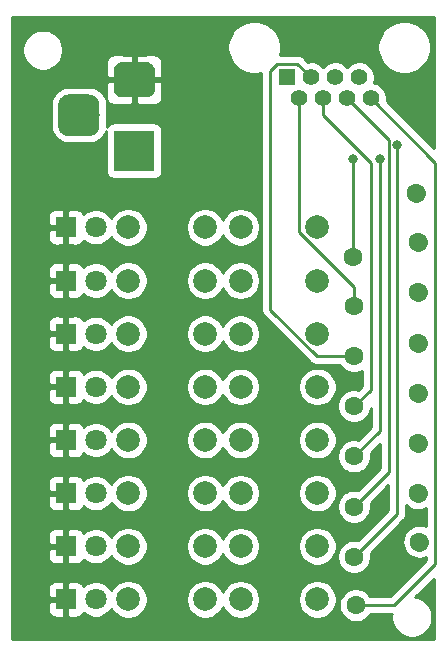
<source format=gbr>
G04 #@! TF.GenerationSoftware,KiCad,Pcbnew,(5.1.4)-1*
G04 #@! TF.CreationDate,2020-01-04T22:14:38+00:00*
G04 #@! TF.ProjectId,SPS-SN2-IOTester,5350532d-534e-4322-9d49-4f5465737465,1*
G04 #@! TF.SameCoordinates,Original*
G04 #@! TF.FileFunction,Copper,L2,Bot*
G04 #@! TF.FilePolarity,Positive*
%FSLAX46Y46*%
G04 Gerber Fmt 4.6, Leading zero omitted, Abs format (unit mm)*
G04 Created by KiCad (PCBNEW (5.1.4)-1) date 2020-01-04 22:14:38*
%MOMM*%
%LPD*%
G04 APERTURE LIST*
%ADD10C,1.800000*%
%ADD11R,1.800000X1.800000*%
%ADD12C,0.100000*%
%ADD13C,3.500000*%
%ADD14C,3.000000*%
%ADD15R,3.500000X3.500000*%
%ADD16C,2.000000*%
%ADD17R,1.398000X1.398000*%
%ADD18C,1.398000*%
%ADD19C,1.600000*%
%ADD20C,1.600000*%
%ADD21C,0.800000*%
%ADD22C,0.250000*%
%ADD23C,0.254000*%
G04 APERTURE END LIST*
D10*
X88500000Y-85250000D03*
D11*
X85960000Y-85250000D03*
D10*
X88500000Y-80750000D03*
D11*
X85960000Y-80750000D03*
D10*
X88500000Y-76250000D03*
D11*
X85960000Y-76250000D03*
D10*
X88500000Y-71750000D03*
D11*
X85960000Y-71750000D03*
D10*
X88500000Y-67250000D03*
D11*
X85960000Y-67250000D03*
D10*
X88500000Y-62750000D03*
D11*
X85960000Y-62750000D03*
D10*
X88500000Y-58250000D03*
D11*
X85960000Y-58250000D03*
D10*
X88500000Y-53750000D03*
D11*
X85960000Y-53750000D03*
D12*
G36*
X88010765Y-42504213D02*
G01*
X88095704Y-42516813D01*
X88178999Y-42537677D01*
X88259848Y-42566605D01*
X88337472Y-42603319D01*
X88411124Y-42647464D01*
X88480094Y-42698616D01*
X88543718Y-42756282D01*
X88601384Y-42819906D01*
X88652536Y-42888876D01*
X88696681Y-42962528D01*
X88733395Y-43040152D01*
X88762323Y-43121001D01*
X88783187Y-43204296D01*
X88795787Y-43289235D01*
X88800000Y-43375000D01*
X88800000Y-45125000D01*
X88795787Y-45210765D01*
X88783187Y-45295704D01*
X88762323Y-45378999D01*
X88733395Y-45459848D01*
X88696681Y-45537472D01*
X88652536Y-45611124D01*
X88601384Y-45680094D01*
X88543718Y-45743718D01*
X88480094Y-45801384D01*
X88411124Y-45852536D01*
X88337472Y-45896681D01*
X88259848Y-45933395D01*
X88178999Y-45962323D01*
X88095704Y-45983187D01*
X88010765Y-45995787D01*
X87925000Y-46000000D01*
X86175000Y-46000000D01*
X86089235Y-45995787D01*
X86004296Y-45983187D01*
X85921001Y-45962323D01*
X85840152Y-45933395D01*
X85762528Y-45896681D01*
X85688876Y-45852536D01*
X85619906Y-45801384D01*
X85556282Y-45743718D01*
X85498616Y-45680094D01*
X85447464Y-45611124D01*
X85403319Y-45537472D01*
X85366605Y-45459848D01*
X85337677Y-45378999D01*
X85316813Y-45295704D01*
X85304213Y-45210765D01*
X85300000Y-45125000D01*
X85300000Y-43375000D01*
X85304213Y-43289235D01*
X85316813Y-43204296D01*
X85337677Y-43121001D01*
X85366605Y-43040152D01*
X85403319Y-42962528D01*
X85447464Y-42888876D01*
X85498616Y-42819906D01*
X85556282Y-42756282D01*
X85619906Y-42698616D01*
X85688876Y-42647464D01*
X85762528Y-42603319D01*
X85840152Y-42566605D01*
X85921001Y-42537677D01*
X86004296Y-42516813D01*
X86089235Y-42504213D01*
X86175000Y-42500000D01*
X87925000Y-42500000D01*
X88010765Y-42504213D01*
X88010765Y-42504213D01*
G37*
D13*
X87050000Y-44250000D03*
D12*
G36*
X92823513Y-39753611D02*
G01*
X92896318Y-39764411D01*
X92967714Y-39782295D01*
X93037013Y-39807090D01*
X93103548Y-39838559D01*
X93166678Y-39876398D01*
X93225795Y-39920242D01*
X93280330Y-39969670D01*
X93329758Y-40024205D01*
X93373602Y-40083322D01*
X93411441Y-40146452D01*
X93442910Y-40212987D01*
X93467705Y-40282286D01*
X93485589Y-40353682D01*
X93496389Y-40426487D01*
X93500000Y-40500000D01*
X93500000Y-42000000D01*
X93496389Y-42073513D01*
X93485589Y-42146318D01*
X93467705Y-42217714D01*
X93442910Y-42287013D01*
X93411441Y-42353548D01*
X93373602Y-42416678D01*
X93329758Y-42475795D01*
X93280330Y-42530330D01*
X93225795Y-42579758D01*
X93166678Y-42623602D01*
X93103548Y-42661441D01*
X93037013Y-42692910D01*
X92967714Y-42717705D01*
X92896318Y-42735589D01*
X92823513Y-42746389D01*
X92750000Y-42750000D01*
X90750000Y-42750000D01*
X90676487Y-42746389D01*
X90603682Y-42735589D01*
X90532286Y-42717705D01*
X90462987Y-42692910D01*
X90396452Y-42661441D01*
X90333322Y-42623602D01*
X90274205Y-42579758D01*
X90219670Y-42530330D01*
X90170242Y-42475795D01*
X90126398Y-42416678D01*
X90088559Y-42353548D01*
X90057090Y-42287013D01*
X90032295Y-42217714D01*
X90014411Y-42146318D01*
X90003611Y-42073513D01*
X90000000Y-42000000D01*
X90000000Y-40500000D01*
X90003611Y-40426487D01*
X90014411Y-40353682D01*
X90032295Y-40282286D01*
X90057090Y-40212987D01*
X90088559Y-40146452D01*
X90126398Y-40083322D01*
X90170242Y-40024205D01*
X90219670Y-39969670D01*
X90274205Y-39920242D01*
X90333322Y-39876398D01*
X90396452Y-39838559D01*
X90462987Y-39807090D01*
X90532286Y-39782295D01*
X90603682Y-39764411D01*
X90676487Y-39753611D01*
X90750000Y-39750000D01*
X92750000Y-39750000D01*
X92823513Y-39753611D01*
X92823513Y-39753611D01*
G37*
D14*
X91750000Y-41250000D03*
D15*
X91750000Y-47250000D03*
D16*
X107250000Y-80750000D03*
X107250000Y-85250000D03*
X100750000Y-80750000D03*
X100750000Y-85250000D03*
X97750000Y-80750000D03*
X97750000Y-85250000D03*
X91250000Y-80750000D03*
X91250000Y-85250000D03*
X107250000Y-71750000D03*
X107250000Y-76250000D03*
X100750000Y-71750000D03*
X100750000Y-76250000D03*
X97750000Y-71750000D03*
X97750000Y-76250000D03*
X91250000Y-71750000D03*
X91250000Y-76250000D03*
X107250000Y-62750000D03*
X107250000Y-67250000D03*
X100750000Y-62750000D03*
X100750000Y-67250000D03*
X97750000Y-62750000D03*
X97750000Y-67250000D03*
X91250000Y-62750000D03*
X91250000Y-67250000D03*
X107250000Y-53750000D03*
X107250000Y-58250000D03*
X100750000Y-53750000D03*
X100750000Y-58250000D03*
X97750000Y-53750000D03*
X97750000Y-58250000D03*
X91250000Y-53750000D03*
X91250000Y-58250000D03*
D17*
X104670000Y-41040000D03*
D18*
X105690000Y-42820000D03*
X106710000Y-41040000D03*
X107730000Y-42820000D03*
X108750000Y-41040000D03*
X109770000Y-42820000D03*
X110790000Y-41040000D03*
X111810000Y-42820000D03*
D19*
X115888154Y-80361846D03*
D20*
X115888154Y-80361846D02*
X115888154Y-80361846D01*
D19*
X110500000Y-85750000D03*
X115750000Y-76250000D03*
D20*
X115750000Y-76250000D02*
X115750000Y-76250000D01*
D19*
X110361846Y-81638154D03*
X115750000Y-72000000D03*
D20*
X115750000Y-72000000D02*
X115750000Y-72000000D01*
D19*
X110361846Y-77388154D03*
X115750000Y-67750000D03*
D20*
X115750000Y-67750000D02*
X115750000Y-67750000D01*
D19*
X110361846Y-73138154D03*
X115750000Y-63500000D03*
D20*
X115750000Y-63500000D02*
X115750000Y-63500000D01*
D19*
X110361846Y-68888154D03*
X115750000Y-59250000D03*
D20*
X115750000Y-59250000D02*
X115750000Y-59250000D01*
D19*
X110361846Y-64638154D03*
X115750000Y-55000000D03*
D20*
X115750000Y-55000000D02*
X115750000Y-55000000D01*
D19*
X110361846Y-60388154D03*
X115638154Y-50861846D03*
D20*
X115638154Y-50861846D02*
X115638154Y-50861846D01*
D19*
X110250000Y-56250000D03*
D21*
X110250000Y-48000000D03*
X112549999Y-48000000D03*
X114000000Y-46750000D03*
D22*
X110250000Y-48000000D02*
X110250000Y-56250000D01*
X110361846Y-59256784D02*
X110361846Y-60388154D01*
X110361846Y-58822848D02*
X110361846Y-59256784D01*
X105690000Y-54151002D02*
X110361846Y-58822848D01*
X105690000Y-42820000D02*
X105690000Y-54151002D01*
X105563001Y-39893001D02*
X103856999Y-39893001D01*
X106710000Y-41040000D02*
X105563001Y-39893001D01*
X103856999Y-39893001D02*
X103645999Y-40104001D01*
X103645999Y-40104001D02*
X103250000Y-40500000D01*
X107177152Y-64638154D02*
X103250000Y-60711002D01*
X110361846Y-64638154D02*
X107177152Y-64638154D01*
X103250000Y-60711002D02*
X103250000Y-40500000D01*
X107730000Y-44253003D02*
X111750000Y-48273003D01*
X107730000Y-42820000D02*
X107730000Y-44253003D01*
X111750000Y-67500000D02*
X110361846Y-68888154D01*
X111750000Y-48273003D02*
X111750000Y-67500000D01*
X112549999Y-70950001D02*
X110361846Y-73138154D01*
X112549999Y-48000000D02*
X112549999Y-70950001D01*
X111161845Y-76588155D02*
X110361846Y-77388154D01*
X113274999Y-74475001D02*
X111161845Y-76588155D01*
X113274999Y-46324999D02*
X113274999Y-74475001D01*
X109770000Y-42820000D02*
X113274999Y-46324999D01*
X114000000Y-78000000D02*
X110361846Y-81638154D01*
X114000000Y-46750000D02*
X114000000Y-78000000D01*
X111631370Y-85750000D02*
X110500000Y-85750000D01*
X113750000Y-85750000D02*
X111631370Y-85750000D01*
X117250000Y-82250000D02*
X113750000Y-85750000D01*
X117250000Y-48260000D02*
X117250000Y-82250000D01*
X111810000Y-42820000D02*
X117250000Y-48260000D01*
D23*
G36*
X117090001Y-47025199D02*
G01*
X113122795Y-43057994D01*
X113144000Y-42951388D01*
X113144000Y-42688612D01*
X113092735Y-42430886D01*
X112992176Y-42188114D01*
X112846186Y-41969624D01*
X112660376Y-41783814D01*
X112441886Y-41637824D01*
X112199114Y-41537265D01*
X112040968Y-41505808D01*
X112072735Y-41429114D01*
X112124000Y-41171388D01*
X112124000Y-40908612D01*
X112072735Y-40650886D01*
X111972176Y-40408114D01*
X111826186Y-40189624D01*
X111640376Y-40003814D01*
X111421886Y-39857824D01*
X111179114Y-39757265D01*
X110921388Y-39706000D01*
X110658612Y-39706000D01*
X110400886Y-39757265D01*
X110158114Y-39857824D01*
X109939624Y-40003814D01*
X109770000Y-40173438D01*
X109600376Y-40003814D01*
X109381886Y-39857824D01*
X109139114Y-39757265D01*
X108881388Y-39706000D01*
X108618612Y-39706000D01*
X108360886Y-39757265D01*
X108118114Y-39857824D01*
X107899624Y-40003814D01*
X107730000Y-40173438D01*
X107560376Y-40003814D01*
X107341886Y-39857824D01*
X107099114Y-39757265D01*
X106841388Y-39706000D01*
X106578612Y-39706000D01*
X106472007Y-39727205D01*
X106126805Y-39382004D01*
X106103002Y-39353000D01*
X105987277Y-39258027D01*
X105855248Y-39187455D01*
X105711987Y-39143998D01*
X105600334Y-39133001D01*
X105600323Y-39133001D01*
X105563001Y-39129325D01*
X105525679Y-39133001D01*
X104078364Y-39133001D01*
X104160000Y-38722591D01*
X104160000Y-38277409D01*
X112340000Y-38277409D01*
X112340000Y-38722591D01*
X112426851Y-39159218D01*
X112597214Y-39570511D01*
X112844544Y-39940666D01*
X113159334Y-40255456D01*
X113529489Y-40502786D01*
X113940782Y-40673149D01*
X114377409Y-40760000D01*
X114822591Y-40760000D01*
X115259218Y-40673149D01*
X115670511Y-40502786D01*
X116040666Y-40255456D01*
X116355456Y-39940666D01*
X116602786Y-39570511D01*
X116773149Y-39159218D01*
X116860000Y-38722591D01*
X116860000Y-38277409D01*
X116773149Y-37840782D01*
X116602786Y-37429489D01*
X116355456Y-37059334D01*
X116040666Y-36744544D01*
X115670511Y-36497214D01*
X115259218Y-36326851D01*
X114822591Y-36240000D01*
X114377409Y-36240000D01*
X113940782Y-36326851D01*
X113529489Y-36497214D01*
X113159334Y-36744544D01*
X112844544Y-37059334D01*
X112597214Y-37429489D01*
X112426851Y-37840782D01*
X112340000Y-38277409D01*
X104160000Y-38277409D01*
X104073149Y-37840782D01*
X103902786Y-37429489D01*
X103655456Y-37059334D01*
X103340666Y-36744544D01*
X102970511Y-36497214D01*
X102559218Y-36326851D01*
X102122591Y-36240000D01*
X101677409Y-36240000D01*
X101240782Y-36326851D01*
X100829489Y-36497214D01*
X100459334Y-36744544D01*
X100144544Y-37059334D01*
X99897214Y-37429489D01*
X99726851Y-37840782D01*
X99640000Y-38277409D01*
X99640000Y-38722591D01*
X99726851Y-39159218D01*
X99897214Y-39570511D01*
X100144544Y-39940666D01*
X100459334Y-40255456D01*
X100829489Y-40502786D01*
X101240782Y-40673149D01*
X101677409Y-40760000D01*
X102122591Y-40760000D01*
X102490001Y-40686917D01*
X102490000Y-60673680D01*
X102486324Y-60711002D01*
X102490000Y-60748324D01*
X102490000Y-60748334D01*
X102500997Y-60859987D01*
X102544454Y-61003248D01*
X102615026Y-61135278D01*
X102628611Y-61151831D01*
X102709999Y-61251003D01*
X102739003Y-61274806D01*
X106613353Y-65149157D01*
X106637151Y-65178155D01*
X106666149Y-65201953D01*
X106752876Y-65273128D01*
X106884905Y-65343700D01*
X107028166Y-65387157D01*
X107177152Y-65401831D01*
X107214485Y-65398154D01*
X109143803Y-65398154D01*
X109247209Y-65552913D01*
X109447087Y-65752791D01*
X109682119Y-65909834D01*
X109943272Y-66018007D01*
X110220511Y-66073154D01*
X110503181Y-66073154D01*
X110780420Y-66018007D01*
X110990001Y-65931196D01*
X110990001Y-67185197D01*
X110685732Y-67489466D01*
X110503181Y-67453154D01*
X110220511Y-67453154D01*
X109943272Y-67508301D01*
X109682119Y-67616474D01*
X109447087Y-67773517D01*
X109247209Y-67973395D01*
X109090166Y-68208427D01*
X108981993Y-68469580D01*
X108926846Y-68746819D01*
X108926846Y-69029489D01*
X108981993Y-69306728D01*
X109090166Y-69567881D01*
X109247209Y-69802913D01*
X109447087Y-70002791D01*
X109682119Y-70159834D01*
X109943272Y-70268007D01*
X110220511Y-70323154D01*
X110503181Y-70323154D01*
X110780420Y-70268007D01*
X111041573Y-70159834D01*
X111276605Y-70002791D01*
X111476483Y-69802913D01*
X111633526Y-69567881D01*
X111741699Y-69306728D01*
X111790000Y-69063906D01*
X111790000Y-70635198D01*
X110685732Y-71739466D01*
X110503181Y-71703154D01*
X110220511Y-71703154D01*
X109943272Y-71758301D01*
X109682119Y-71866474D01*
X109447087Y-72023517D01*
X109247209Y-72223395D01*
X109090166Y-72458427D01*
X108981993Y-72719580D01*
X108926846Y-72996819D01*
X108926846Y-73279489D01*
X108981993Y-73556728D01*
X109090166Y-73817881D01*
X109247209Y-74052913D01*
X109447087Y-74252791D01*
X109682119Y-74409834D01*
X109943272Y-74518007D01*
X110220511Y-74573154D01*
X110503181Y-74573154D01*
X110780420Y-74518007D01*
X111041573Y-74409834D01*
X111276605Y-74252791D01*
X111476483Y-74052913D01*
X111633526Y-73817881D01*
X111741699Y-73556728D01*
X111796846Y-73279489D01*
X111796846Y-72996819D01*
X111760534Y-72814268D01*
X112515000Y-72059802D01*
X112515000Y-74160198D01*
X110685733Y-75989466D01*
X110503181Y-75953154D01*
X110220511Y-75953154D01*
X109943272Y-76008301D01*
X109682119Y-76116474D01*
X109447087Y-76273517D01*
X109247209Y-76473395D01*
X109090166Y-76708427D01*
X108981993Y-76969580D01*
X108926846Y-77246819D01*
X108926846Y-77529489D01*
X108981993Y-77806728D01*
X109090166Y-78067881D01*
X109247209Y-78302913D01*
X109447087Y-78502791D01*
X109682119Y-78659834D01*
X109943272Y-78768007D01*
X110220511Y-78823154D01*
X110503181Y-78823154D01*
X110780420Y-78768007D01*
X111041573Y-78659834D01*
X111276605Y-78502791D01*
X111476483Y-78302913D01*
X111633526Y-78067881D01*
X111741699Y-77806728D01*
X111796846Y-77529489D01*
X111796846Y-77246819D01*
X111760534Y-77064267D01*
X113240001Y-75584801D01*
X113240001Y-77685197D01*
X110685733Y-80239466D01*
X110503181Y-80203154D01*
X110220511Y-80203154D01*
X109943272Y-80258301D01*
X109682119Y-80366474D01*
X109447087Y-80523517D01*
X109247209Y-80723395D01*
X109090166Y-80958427D01*
X108981993Y-81219580D01*
X108926846Y-81496819D01*
X108926846Y-81779489D01*
X108981993Y-82056728D01*
X109090166Y-82317881D01*
X109247209Y-82552913D01*
X109447087Y-82752791D01*
X109682119Y-82909834D01*
X109943272Y-83018007D01*
X110220511Y-83073154D01*
X110503181Y-83073154D01*
X110780420Y-83018007D01*
X111041573Y-82909834D01*
X111276605Y-82752791D01*
X111476483Y-82552913D01*
X111633526Y-82317881D01*
X111741699Y-82056728D01*
X111796846Y-81779489D01*
X111796846Y-81496819D01*
X111760534Y-81314267D01*
X114511003Y-78563799D01*
X114540001Y-78540001D01*
X114634974Y-78424276D01*
X114705546Y-78292247D01*
X114749003Y-78148986D01*
X114760000Y-78037333D01*
X114760000Y-78037325D01*
X114763676Y-78000000D01*
X114760000Y-77962675D01*
X114760000Y-77293907D01*
X114948899Y-77448932D01*
X115198192Y-77582182D01*
X115468691Y-77664236D01*
X115679508Y-77685000D01*
X115820492Y-77685000D01*
X116031309Y-77664236D01*
X116301808Y-77582182D01*
X116490001Y-77481591D01*
X116490001Y-79056410D01*
X116439962Y-79029664D01*
X116169463Y-78947610D01*
X115958646Y-78926846D01*
X115817662Y-78926846D01*
X115606845Y-78947610D01*
X115336346Y-79029664D01*
X115087053Y-79162914D01*
X114868546Y-79342238D01*
X114689222Y-79560745D01*
X114555972Y-79810038D01*
X114473918Y-80080537D01*
X114446211Y-80361846D01*
X114473918Y-80643155D01*
X114555972Y-80913654D01*
X114689222Y-81162947D01*
X114868546Y-81381454D01*
X115087053Y-81560778D01*
X115336346Y-81694028D01*
X115606845Y-81776082D01*
X115817662Y-81796846D01*
X115958646Y-81796846D01*
X116169463Y-81776082D01*
X116439962Y-81694028D01*
X116490001Y-81667282D01*
X116490001Y-81935196D01*
X113435199Y-84990000D01*
X111718043Y-84990000D01*
X111614637Y-84835241D01*
X111414759Y-84635363D01*
X111179727Y-84478320D01*
X110918574Y-84370147D01*
X110641335Y-84315000D01*
X110358665Y-84315000D01*
X110081426Y-84370147D01*
X109820273Y-84478320D01*
X109585241Y-84635363D01*
X109385363Y-84835241D01*
X109228320Y-85070273D01*
X109120147Y-85331426D01*
X109065000Y-85608665D01*
X109065000Y-85891335D01*
X109120147Y-86168574D01*
X109228320Y-86429727D01*
X109385363Y-86664759D01*
X109585241Y-86864637D01*
X109820273Y-87021680D01*
X110081426Y-87129853D01*
X110358665Y-87185000D01*
X110641335Y-87185000D01*
X110918574Y-87129853D01*
X111179727Y-87021680D01*
X111414759Y-86864637D01*
X111614637Y-86664759D01*
X111718043Y-86510000D01*
X113528748Y-86510000D01*
X113515000Y-86579117D01*
X113515000Y-86920883D01*
X113581675Y-87256081D01*
X113712463Y-87571831D01*
X113902337Y-87855998D01*
X114144002Y-88097663D01*
X114428169Y-88287537D01*
X114743919Y-88418325D01*
X115079117Y-88485000D01*
X115420883Y-88485000D01*
X115756081Y-88418325D01*
X116071831Y-88287537D01*
X116355998Y-88097663D01*
X116597663Y-87855998D01*
X116787537Y-87571831D01*
X116918325Y-87256081D01*
X116985000Y-86920883D01*
X116985000Y-86579117D01*
X116918325Y-86243919D01*
X116787537Y-85928169D01*
X116597663Y-85644002D01*
X116355998Y-85402337D01*
X116071831Y-85212463D01*
X115756081Y-85081675D01*
X115536754Y-85038048D01*
X117090000Y-83484802D01*
X117090000Y-88590000D01*
X81410000Y-88590000D01*
X81410000Y-86150000D01*
X84421928Y-86150000D01*
X84434188Y-86274482D01*
X84470498Y-86394180D01*
X84529463Y-86504494D01*
X84608815Y-86601185D01*
X84705506Y-86680537D01*
X84815820Y-86739502D01*
X84935518Y-86775812D01*
X85060000Y-86788072D01*
X85674250Y-86785000D01*
X85833000Y-86626250D01*
X85833000Y-85377000D01*
X84583750Y-85377000D01*
X84425000Y-85535750D01*
X84421928Y-86150000D01*
X81410000Y-86150000D01*
X81410000Y-84350000D01*
X84421928Y-84350000D01*
X84425000Y-84964250D01*
X84583750Y-85123000D01*
X85833000Y-85123000D01*
X85833000Y-83873750D01*
X86087000Y-83873750D01*
X86087000Y-85123000D01*
X86107000Y-85123000D01*
X86107000Y-85377000D01*
X86087000Y-85377000D01*
X86087000Y-86626250D01*
X86245750Y-86785000D01*
X86860000Y-86788072D01*
X86984482Y-86775812D01*
X87104180Y-86739502D01*
X87214494Y-86680537D01*
X87311185Y-86601185D01*
X87390537Y-86504494D01*
X87449502Y-86394180D01*
X87455056Y-86375873D01*
X87521495Y-86442312D01*
X87772905Y-86610299D01*
X88052257Y-86726011D01*
X88348816Y-86785000D01*
X88651184Y-86785000D01*
X88947743Y-86726011D01*
X89227095Y-86610299D01*
X89478505Y-86442312D01*
X89692312Y-86228505D01*
X89814865Y-86045091D01*
X89980013Y-86292252D01*
X90207748Y-86519987D01*
X90475537Y-86698918D01*
X90773088Y-86822168D01*
X91088967Y-86885000D01*
X91411033Y-86885000D01*
X91726912Y-86822168D01*
X92024463Y-86698918D01*
X92292252Y-86519987D01*
X92519987Y-86292252D01*
X92698918Y-86024463D01*
X92822168Y-85726912D01*
X92885000Y-85411033D01*
X92885000Y-85088967D01*
X96115000Y-85088967D01*
X96115000Y-85411033D01*
X96177832Y-85726912D01*
X96301082Y-86024463D01*
X96480013Y-86292252D01*
X96707748Y-86519987D01*
X96975537Y-86698918D01*
X97273088Y-86822168D01*
X97588967Y-86885000D01*
X97911033Y-86885000D01*
X98226912Y-86822168D01*
X98524463Y-86698918D01*
X98792252Y-86519987D01*
X99019987Y-86292252D01*
X99198918Y-86024463D01*
X99250000Y-85901140D01*
X99301082Y-86024463D01*
X99480013Y-86292252D01*
X99707748Y-86519987D01*
X99975537Y-86698918D01*
X100273088Y-86822168D01*
X100588967Y-86885000D01*
X100911033Y-86885000D01*
X101226912Y-86822168D01*
X101524463Y-86698918D01*
X101792252Y-86519987D01*
X102019987Y-86292252D01*
X102198918Y-86024463D01*
X102322168Y-85726912D01*
X102385000Y-85411033D01*
X102385000Y-85088967D01*
X105615000Y-85088967D01*
X105615000Y-85411033D01*
X105677832Y-85726912D01*
X105801082Y-86024463D01*
X105980013Y-86292252D01*
X106207748Y-86519987D01*
X106475537Y-86698918D01*
X106773088Y-86822168D01*
X107088967Y-86885000D01*
X107411033Y-86885000D01*
X107726912Y-86822168D01*
X108024463Y-86698918D01*
X108292252Y-86519987D01*
X108519987Y-86292252D01*
X108698918Y-86024463D01*
X108822168Y-85726912D01*
X108885000Y-85411033D01*
X108885000Y-85088967D01*
X108822168Y-84773088D01*
X108698918Y-84475537D01*
X108519987Y-84207748D01*
X108292252Y-83980013D01*
X108024463Y-83801082D01*
X107726912Y-83677832D01*
X107411033Y-83615000D01*
X107088967Y-83615000D01*
X106773088Y-83677832D01*
X106475537Y-83801082D01*
X106207748Y-83980013D01*
X105980013Y-84207748D01*
X105801082Y-84475537D01*
X105677832Y-84773088D01*
X105615000Y-85088967D01*
X102385000Y-85088967D01*
X102322168Y-84773088D01*
X102198918Y-84475537D01*
X102019987Y-84207748D01*
X101792252Y-83980013D01*
X101524463Y-83801082D01*
X101226912Y-83677832D01*
X100911033Y-83615000D01*
X100588967Y-83615000D01*
X100273088Y-83677832D01*
X99975537Y-83801082D01*
X99707748Y-83980013D01*
X99480013Y-84207748D01*
X99301082Y-84475537D01*
X99250000Y-84598860D01*
X99198918Y-84475537D01*
X99019987Y-84207748D01*
X98792252Y-83980013D01*
X98524463Y-83801082D01*
X98226912Y-83677832D01*
X97911033Y-83615000D01*
X97588967Y-83615000D01*
X97273088Y-83677832D01*
X96975537Y-83801082D01*
X96707748Y-83980013D01*
X96480013Y-84207748D01*
X96301082Y-84475537D01*
X96177832Y-84773088D01*
X96115000Y-85088967D01*
X92885000Y-85088967D01*
X92822168Y-84773088D01*
X92698918Y-84475537D01*
X92519987Y-84207748D01*
X92292252Y-83980013D01*
X92024463Y-83801082D01*
X91726912Y-83677832D01*
X91411033Y-83615000D01*
X91088967Y-83615000D01*
X90773088Y-83677832D01*
X90475537Y-83801082D01*
X90207748Y-83980013D01*
X89980013Y-84207748D01*
X89814865Y-84454909D01*
X89692312Y-84271495D01*
X89478505Y-84057688D01*
X89227095Y-83889701D01*
X88947743Y-83773989D01*
X88651184Y-83715000D01*
X88348816Y-83715000D01*
X88052257Y-83773989D01*
X87772905Y-83889701D01*
X87521495Y-84057688D01*
X87455056Y-84124127D01*
X87449502Y-84105820D01*
X87390537Y-83995506D01*
X87311185Y-83898815D01*
X87214494Y-83819463D01*
X87104180Y-83760498D01*
X86984482Y-83724188D01*
X86860000Y-83711928D01*
X86245750Y-83715000D01*
X86087000Y-83873750D01*
X85833000Y-83873750D01*
X85674250Y-83715000D01*
X85060000Y-83711928D01*
X84935518Y-83724188D01*
X84815820Y-83760498D01*
X84705506Y-83819463D01*
X84608815Y-83898815D01*
X84529463Y-83995506D01*
X84470498Y-84105820D01*
X84434188Y-84225518D01*
X84421928Y-84350000D01*
X81410000Y-84350000D01*
X81410000Y-81650000D01*
X84421928Y-81650000D01*
X84434188Y-81774482D01*
X84470498Y-81894180D01*
X84529463Y-82004494D01*
X84608815Y-82101185D01*
X84705506Y-82180537D01*
X84815820Y-82239502D01*
X84935518Y-82275812D01*
X85060000Y-82288072D01*
X85674250Y-82285000D01*
X85833000Y-82126250D01*
X85833000Y-80877000D01*
X84583750Y-80877000D01*
X84425000Y-81035750D01*
X84421928Y-81650000D01*
X81410000Y-81650000D01*
X81410000Y-79850000D01*
X84421928Y-79850000D01*
X84425000Y-80464250D01*
X84583750Y-80623000D01*
X85833000Y-80623000D01*
X85833000Y-79373750D01*
X86087000Y-79373750D01*
X86087000Y-80623000D01*
X86107000Y-80623000D01*
X86107000Y-80877000D01*
X86087000Y-80877000D01*
X86087000Y-82126250D01*
X86245750Y-82285000D01*
X86860000Y-82288072D01*
X86984482Y-82275812D01*
X87104180Y-82239502D01*
X87214494Y-82180537D01*
X87311185Y-82101185D01*
X87390537Y-82004494D01*
X87449502Y-81894180D01*
X87455056Y-81875873D01*
X87521495Y-81942312D01*
X87772905Y-82110299D01*
X88052257Y-82226011D01*
X88348816Y-82285000D01*
X88651184Y-82285000D01*
X88947743Y-82226011D01*
X89227095Y-82110299D01*
X89478505Y-81942312D01*
X89692312Y-81728505D01*
X89814865Y-81545091D01*
X89980013Y-81792252D01*
X90207748Y-82019987D01*
X90475537Y-82198918D01*
X90773088Y-82322168D01*
X91088967Y-82385000D01*
X91411033Y-82385000D01*
X91726912Y-82322168D01*
X92024463Y-82198918D01*
X92292252Y-82019987D01*
X92519987Y-81792252D01*
X92698918Y-81524463D01*
X92822168Y-81226912D01*
X92885000Y-80911033D01*
X92885000Y-80588967D01*
X96115000Y-80588967D01*
X96115000Y-80911033D01*
X96177832Y-81226912D01*
X96301082Y-81524463D01*
X96480013Y-81792252D01*
X96707748Y-82019987D01*
X96975537Y-82198918D01*
X97273088Y-82322168D01*
X97588967Y-82385000D01*
X97911033Y-82385000D01*
X98226912Y-82322168D01*
X98524463Y-82198918D01*
X98792252Y-82019987D01*
X99019987Y-81792252D01*
X99198918Y-81524463D01*
X99250000Y-81401140D01*
X99301082Y-81524463D01*
X99480013Y-81792252D01*
X99707748Y-82019987D01*
X99975537Y-82198918D01*
X100273088Y-82322168D01*
X100588967Y-82385000D01*
X100911033Y-82385000D01*
X101226912Y-82322168D01*
X101524463Y-82198918D01*
X101792252Y-82019987D01*
X102019987Y-81792252D01*
X102198918Y-81524463D01*
X102322168Y-81226912D01*
X102385000Y-80911033D01*
X102385000Y-80588967D01*
X105615000Y-80588967D01*
X105615000Y-80911033D01*
X105677832Y-81226912D01*
X105801082Y-81524463D01*
X105980013Y-81792252D01*
X106207748Y-82019987D01*
X106475537Y-82198918D01*
X106773088Y-82322168D01*
X107088967Y-82385000D01*
X107411033Y-82385000D01*
X107726912Y-82322168D01*
X108024463Y-82198918D01*
X108292252Y-82019987D01*
X108519987Y-81792252D01*
X108698918Y-81524463D01*
X108822168Y-81226912D01*
X108885000Y-80911033D01*
X108885000Y-80588967D01*
X108822168Y-80273088D01*
X108698918Y-79975537D01*
X108519987Y-79707748D01*
X108292252Y-79480013D01*
X108024463Y-79301082D01*
X107726912Y-79177832D01*
X107411033Y-79115000D01*
X107088967Y-79115000D01*
X106773088Y-79177832D01*
X106475537Y-79301082D01*
X106207748Y-79480013D01*
X105980013Y-79707748D01*
X105801082Y-79975537D01*
X105677832Y-80273088D01*
X105615000Y-80588967D01*
X102385000Y-80588967D01*
X102322168Y-80273088D01*
X102198918Y-79975537D01*
X102019987Y-79707748D01*
X101792252Y-79480013D01*
X101524463Y-79301082D01*
X101226912Y-79177832D01*
X100911033Y-79115000D01*
X100588967Y-79115000D01*
X100273088Y-79177832D01*
X99975537Y-79301082D01*
X99707748Y-79480013D01*
X99480013Y-79707748D01*
X99301082Y-79975537D01*
X99250000Y-80098860D01*
X99198918Y-79975537D01*
X99019987Y-79707748D01*
X98792252Y-79480013D01*
X98524463Y-79301082D01*
X98226912Y-79177832D01*
X97911033Y-79115000D01*
X97588967Y-79115000D01*
X97273088Y-79177832D01*
X96975537Y-79301082D01*
X96707748Y-79480013D01*
X96480013Y-79707748D01*
X96301082Y-79975537D01*
X96177832Y-80273088D01*
X96115000Y-80588967D01*
X92885000Y-80588967D01*
X92822168Y-80273088D01*
X92698918Y-79975537D01*
X92519987Y-79707748D01*
X92292252Y-79480013D01*
X92024463Y-79301082D01*
X91726912Y-79177832D01*
X91411033Y-79115000D01*
X91088967Y-79115000D01*
X90773088Y-79177832D01*
X90475537Y-79301082D01*
X90207748Y-79480013D01*
X89980013Y-79707748D01*
X89814865Y-79954909D01*
X89692312Y-79771495D01*
X89478505Y-79557688D01*
X89227095Y-79389701D01*
X88947743Y-79273989D01*
X88651184Y-79215000D01*
X88348816Y-79215000D01*
X88052257Y-79273989D01*
X87772905Y-79389701D01*
X87521495Y-79557688D01*
X87455056Y-79624127D01*
X87449502Y-79605820D01*
X87390537Y-79495506D01*
X87311185Y-79398815D01*
X87214494Y-79319463D01*
X87104180Y-79260498D01*
X86984482Y-79224188D01*
X86860000Y-79211928D01*
X86245750Y-79215000D01*
X86087000Y-79373750D01*
X85833000Y-79373750D01*
X85674250Y-79215000D01*
X85060000Y-79211928D01*
X84935518Y-79224188D01*
X84815820Y-79260498D01*
X84705506Y-79319463D01*
X84608815Y-79398815D01*
X84529463Y-79495506D01*
X84470498Y-79605820D01*
X84434188Y-79725518D01*
X84421928Y-79850000D01*
X81410000Y-79850000D01*
X81410000Y-77150000D01*
X84421928Y-77150000D01*
X84434188Y-77274482D01*
X84470498Y-77394180D01*
X84529463Y-77504494D01*
X84608815Y-77601185D01*
X84705506Y-77680537D01*
X84815820Y-77739502D01*
X84935518Y-77775812D01*
X85060000Y-77788072D01*
X85674250Y-77785000D01*
X85833000Y-77626250D01*
X85833000Y-76377000D01*
X84583750Y-76377000D01*
X84425000Y-76535750D01*
X84421928Y-77150000D01*
X81410000Y-77150000D01*
X81410000Y-75350000D01*
X84421928Y-75350000D01*
X84425000Y-75964250D01*
X84583750Y-76123000D01*
X85833000Y-76123000D01*
X85833000Y-74873750D01*
X86087000Y-74873750D01*
X86087000Y-76123000D01*
X86107000Y-76123000D01*
X86107000Y-76377000D01*
X86087000Y-76377000D01*
X86087000Y-77626250D01*
X86245750Y-77785000D01*
X86860000Y-77788072D01*
X86984482Y-77775812D01*
X87104180Y-77739502D01*
X87214494Y-77680537D01*
X87311185Y-77601185D01*
X87390537Y-77504494D01*
X87449502Y-77394180D01*
X87455056Y-77375873D01*
X87521495Y-77442312D01*
X87772905Y-77610299D01*
X88052257Y-77726011D01*
X88348816Y-77785000D01*
X88651184Y-77785000D01*
X88947743Y-77726011D01*
X89227095Y-77610299D01*
X89478505Y-77442312D01*
X89692312Y-77228505D01*
X89814865Y-77045091D01*
X89980013Y-77292252D01*
X90207748Y-77519987D01*
X90475537Y-77698918D01*
X90773088Y-77822168D01*
X91088967Y-77885000D01*
X91411033Y-77885000D01*
X91726912Y-77822168D01*
X92024463Y-77698918D01*
X92292252Y-77519987D01*
X92519987Y-77292252D01*
X92698918Y-77024463D01*
X92822168Y-76726912D01*
X92885000Y-76411033D01*
X92885000Y-76088967D01*
X96115000Y-76088967D01*
X96115000Y-76411033D01*
X96177832Y-76726912D01*
X96301082Y-77024463D01*
X96480013Y-77292252D01*
X96707748Y-77519987D01*
X96975537Y-77698918D01*
X97273088Y-77822168D01*
X97588967Y-77885000D01*
X97911033Y-77885000D01*
X98226912Y-77822168D01*
X98524463Y-77698918D01*
X98792252Y-77519987D01*
X99019987Y-77292252D01*
X99198918Y-77024463D01*
X99250000Y-76901140D01*
X99301082Y-77024463D01*
X99480013Y-77292252D01*
X99707748Y-77519987D01*
X99975537Y-77698918D01*
X100273088Y-77822168D01*
X100588967Y-77885000D01*
X100911033Y-77885000D01*
X101226912Y-77822168D01*
X101524463Y-77698918D01*
X101792252Y-77519987D01*
X102019987Y-77292252D01*
X102198918Y-77024463D01*
X102322168Y-76726912D01*
X102385000Y-76411033D01*
X102385000Y-76088967D01*
X105615000Y-76088967D01*
X105615000Y-76411033D01*
X105677832Y-76726912D01*
X105801082Y-77024463D01*
X105980013Y-77292252D01*
X106207748Y-77519987D01*
X106475537Y-77698918D01*
X106773088Y-77822168D01*
X107088967Y-77885000D01*
X107411033Y-77885000D01*
X107726912Y-77822168D01*
X108024463Y-77698918D01*
X108292252Y-77519987D01*
X108519987Y-77292252D01*
X108698918Y-77024463D01*
X108822168Y-76726912D01*
X108885000Y-76411033D01*
X108885000Y-76088967D01*
X108822168Y-75773088D01*
X108698918Y-75475537D01*
X108519987Y-75207748D01*
X108292252Y-74980013D01*
X108024463Y-74801082D01*
X107726912Y-74677832D01*
X107411033Y-74615000D01*
X107088967Y-74615000D01*
X106773088Y-74677832D01*
X106475537Y-74801082D01*
X106207748Y-74980013D01*
X105980013Y-75207748D01*
X105801082Y-75475537D01*
X105677832Y-75773088D01*
X105615000Y-76088967D01*
X102385000Y-76088967D01*
X102322168Y-75773088D01*
X102198918Y-75475537D01*
X102019987Y-75207748D01*
X101792252Y-74980013D01*
X101524463Y-74801082D01*
X101226912Y-74677832D01*
X100911033Y-74615000D01*
X100588967Y-74615000D01*
X100273088Y-74677832D01*
X99975537Y-74801082D01*
X99707748Y-74980013D01*
X99480013Y-75207748D01*
X99301082Y-75475537D01*
X99250000Y-75598860D01*
X99198918Y-75475537D01*
X99019987Y-75207748D01*
X98792252Y-74980013D01*
X98524463Y-74801082D01*
X98226912Y-74677832D01*
X97911033Y-74615000D01*
X97588967Y-74615000D01*
X97273088Y-74677832D01*
X96975537Y-74801082D01*
X96707748Y-74980013D01*
X96480013Y-75207748D01*
X96301082Y-75475537D01*
X96177832Y-75773088D01*
X96115000Y-76088967D01*
X92885000Y-76088967D01*
X92822168Y-75773088D01*
X92698918Y-75475537D01*
X92519987Y-75207748D01*
X92292252Y-74980013D01*
X92024463Y-74801082D01*
X91726912Y-74677832D01*
X91411033Y-74615000D01*
X91088967Y-74615000D01*
X90773088Y-74677832D01*
X90475537Y-74801082D01*
X90207748Y-74980013D01*
X89980013Y-75207748D01*
X89814865Y-75454909D01*
X89692312Y-75271495D01*
X89478505Y-75057688D01*
X89227095Y-74889701D01*
X88947743Y-74773989D01*
X88651184Y-74715000D01*
X88348816Y-74715000D01*
X88052257Y-74773989D01*
X87772905Y-74889701D01*
X87521495Y-75057688D01*
X87455056Y-75124127D01*
X87449502Y-75105820D01*
X87390537Y-74995506D01*
X87311185Y-74898815D01*
X87214494Y-74819463D01*
X87104180Y-74760498D01*
X86984482Y-74724188D01*
X86860000Y-74711928D01*
X86245750Y-74715000D01*
X86087000Y-74873750D01*
X85833000Y-74873750D01*
X85674250Y-74715000D01*
X85060000Y-74711928D01*
X84935518Y-74724188D01*
X84815820Y-74760498D01*
X84705506Y-74819463D01*
X84608815Y-74898815D01*
X84529463Y-74995506D01*
X84470498Y-75105820D01*
X84434188Y-75225518D01*
X84421928Y-75350000D01*
X81410000Y-75350000D01*
X81410000Y-72650000D01*
X84421928Y-72650000D01*
X84434188Y-72774482D01*
X84470498Y-72894180D01*
X84529463Y-73004494D01*
X84608815Y-73101185D01*
X84705506Y-73180537D01*
X84815820Y-73239502D01*
X84935518Y-73275812D01*
X85060000Y-73288072D01*
X85674250Y-73285000D01*
X85833000Y-73126250D01*
X85833000Y-71877000D01*
X84583750Y-71877000D01*
X84425000Y-72035750D01*
X84421928Y-72650000D01*
X81410000Y-72650000D01*
X81410000Y-70850000D01*
X84421928Y-70850000D01*
X84425000Y-71464250D01*
X84583750Y-71623000D01*
X85833000Y-71623000D01*
X85833000Y-70373750D01*
X86087000Y-70373750D01*
X86087000Y-71623000D01*
X86107000Y-71623000D01*
X86107000Y-71877000D01*
X86087000Y-71877000D01*
X86087000Y-73126250D01*
X86245750Y-73285000D01*
X86860000Y-73288072D01*
X86984482Y-73275812D01*
X87104180Y-73239502D01*
X87214494Y-73180537D01*
X87311185Y-73101185D01*
X87390537Y-73004494D01*
X87449502Y-72894180D01*
X87455056Y-72875873D01*
X87521495Y-72942312D01*
X87772905Y-73110299D01*
X88052257Y-73226011D01*
X88348816Y-73285000D01*
X88651184Y-73285000D01*
X88947743Y-73226011D01*
X89227095Y-73110299D01*
X89478505Y-72942312D01*
X89692312Y-72728505D01*
X89814865Y-72545091D01*
X89980013Y-72792252D01*
X90207748Y-73019987D01*
X90475537Y-73198918D01*
X90773088Y-73322168D01*
X91088967Y-73385000D01*
X91411033Y-73385000D01*
X91726912Y-73322168D01*
X92024463Y-73198918D01*
X92292252Y-73019987D01*
X92519987Y-72792252D01*
X92698918Y-72524463D01*
X92822168Y-72226912D01*
X92885000Y-71911033D01*
X92885000Y-71588967D01*
X96115000Y-71588967D01*
X96115000Y-71911033D01*
X96177832Y-72226912D01*
X96301082Y-72524463D01*
X96480013Y-72792252D01*
X96707748Y-73019987D01*
X96975537Y-73198918D01*
X97273088Y-73322168D01*
X97588967Y-73385000D01*
X97911033Y-73385000D01*
X98226912Y-73322168D01*
X98524463Y-73198918D01*
X98792252Y-73019987D01*
X99019987Y-72792252D01*
X99198918Y-72524463D01*
X99250000Y-72401140D01*
X99301082Y-72524463D01*
X99480013Y-72792252D01*
X99707748Y-73019987D01*
X99975537Y-73198918D01*
X100273088Y-73322168D01*
X100588967Y-73385000D01*
X100911033Y-73385000D01*
X101226912Y-73322168D01*
X101524463Y-73198918D01*
X101792252Y-73019987D01*
X102019987Y-72792252D01*
X102198918Y-72524463D01*
X102322168Y-72226912D01*
X102385000Y-71911033D01*
X102385000Y-71588967D01*
X105615000Y-71588967D01*
X105615000Y-71911033D01*
X105677832Y-72226912D01*
X105801082Y-72524463D01*
X105980013Y-72792252D01*
X106207748Y-73019987D01*
X106475537Y-73198918D01*
X106773088Y-73322168D01*
X107088967Y-73385000D01*
X107411033Y-73385000D01*
X107726912Y-73322168D01*
X108024463Y-73198918D01*
X108292252Y-73019987D01*
X108519987Y-72792252D01*
X108698918Y-72524463D01*
X108822168Y-72226912D01*
X108885000Y-71911033D01*
X108885000Y-71588967D01*
X108822168Y-71273088D01*
X108698918Y-70975537D01*
X108519987Y-70707748D01*
X108292252Y-70480013D01*
X108024463Y-70301082D01*
X107726912Y-70177832D01*
X107411033Y-70115000D01*
X107088967Y-70115000D01*
X106773088Y-70177832D01*
X106475537Y-70301082D01*
X106207748Y-70480013D01*
X105980013Y-70707748D01*
X105801082Y-70975537D01*
X105677832Y-71273088D01*
X105615000Y-71588967D01*
X102385000Y-71588967D01*
X102322168Y-71273088D01*
X102198918Y-70975537D01*
X102019987Y-70707748D01*
X101792252Y-70480013D01*
X101524463Y-70301082D01*
X101226912Y-70177832D01*
X100911033Y-70115000D01*
X100588967Y-70115000D01*
X100273088Y-70177832D01*
X99975537Y-70301082D01*
X99707748Y-70480013D01*
X99480013Y-70707748D01*
X99301082Y-70975537D01*
X99250000Y-71098860D01*
X99198918Y-70975537D01*
X99019987Y-70707748D01*
X98792252Y-70480013D01*
X98524463Y-70301082D01*
X98226912Y-70177832D01*
X97911033Y-70115000D01*
X97588967Y-70115000D01*
X97273088Y-70177832D01*
X96975537Y-70301082D01*
X96707748Y-70480013D01*
X96480013Y-70707748D01*
X96301082Y-70975537D01*
X96177832Y-71273088D01*
X96115000Y-71588967D01*
X92885000Y-71588967D01*
X92822168Y-71273088D01*
X92698918Y-70975537D01*
X92519987Y-70707748D01*
X92292252Y-70480013D01*
X92024463Y-70301082D01*
X91726912Y-70177832D01*
X91411033Y-70115000D01*
X91088967Y-70115000D01*
X90773088Y-70177832D01*
X90475537Y-70301082D01*
X90207748Y-70480013D01*
X89980013Y-70707748D01*
X89814865Y-70954909D01*
X89692312Y-70771495D01*
X89478505Y-70557688D01*
X89227095Y-70389701D01*
X88947743Y-70273989D01*
X88651184Y-70215000D01*
X88348816Y-70215000D01*
X88052257Y-70273989D01*
X87772905Y-70389701D01*
X87521495Y-70557688D01*
X87455056Y-70624127D01*
X87449502Y-70605820D01*
X87390537Y-70495506D01*
X87311185Y-70398815D01*
X87214494Y-70319463D01*
X87104180Y-70260498D01*
X86984482Y-70224188D01*
X86860000Y-70211928D01*
X86245750Y-70215000D01*
X86087000Y-70373750D01*
X85833000Y-70373750D01*
X85674250Y-70215000D01*
X85060000Y-70211928D01*
X84935518Y-70224188D01*
X84815820Y-70260498D01*
X84705506Y-70319463D01*
X84608815Y-70398815D01*
X84529463Y-70495506D01*
X84470498Y-70605820D01*
X84434188Y-70725518D01*
X84421928Y-70850000D01*
X81410000Y-70850000D01*
X81410000Y-68150000D01*
X84421928Y-68150000D01*
X84434188Y-68274482D01*
X84470498Y-68394180D01*
X84529463Y-68504494D01*
X84608815Y-68601185D01*
X84705506Y-68680537D01*
X84815820Y-68739502D01*
X84935518Y-68775812D01*
X85060000Y-68788072D01*
X85674250Y-68785000D01*
X85833000Y-68626250D01*
X85833000Y-67377000D01*
X84583750Y-67377000D01*
X84425000Y-67535750D01*
X84421928Y-68150000D01*
X81410000Y-68150000D01*
X81410000Y-66350000D01*
X84421928Y-66350000D01*
X84425000Y-66964250D01*
X84583750Y-67123000D01*
X85833000Y-67123000D01*
X85833000Y-65873750D01*
X86087000Y-65873750D01*
X86087000Y-67123000D01*
X86107000Y-67123000D01*
X86107000Y-67377000D01*
X86087000Y-67377000D01*
X86087000Y-68626250D01*
X86245750Y-68785000D01*
X86860000Y-68788072D01*
X86984482Y-68775812D01*
X87104180Y-68739502D01*
X87214494Y-68680537D01*
X87311185Y-68601185D01*
X87390537Y-68504494D01*
X87449502Y-68394180D01*
X87455056Y-68375873D01*
X87521495Y-68442312D01*
X87772905Y-68610299D01*
X88052257Y-68726011D01*
X88348816Y-68785000D01*
X88651184Y-68785000D01*
X88947743Y-68726011D01*
X89227095Y-68610299D01*
X89478505Y-68442312D01*
X89692312Y-68228505D01*
X89814865Y-68045091D01*
X89980013Y-68292252D01*
X90207748Y-68519987D01*
X90475537Y-68698918D01*
X90773088Y-68822168D01*
X91088967Y-68885000D01*
X91411033Y-68885000D01*
X91726912Y-68822168D01*
X92024463Y-68698918D01*
X92292252Y-68519987D01*
X92519987Y-68292252D01*
X92698918Y-68024463D01*
X92822168Y-67726912D01*
X92885000Y-67411033D01*
X92885000Y-67088967D01*
X96115000Y-67088967D01*
X96115000Y-67411033D01*
X96177832Y-67726912D01*
X96301082Y-68024463D01*
X96480013Y-68292252D01*
X96707748Y-68519987D01*
X96975537Y-68698918D01*
X97273088Y-68822168D01*
X97588967Y-68885000D01*
X97911033Y-68885000D01*
X98226912Y-68822168D01*
X98524463Y-68698918D01*
X98792252Y-68519987D01*
X99019987Y-68292252D01*
X99198918Y-68024463D01*
X99250000Y-67901140D01*
X99301082Y-68024463D01*
X99480013Y-68292252D01*
X99707748Y-68519987D01*
X99975537Y-68698918D01*
X100273088Y-68822168D01*
X100588967Y-68885000D01*
X100911033Y-68885000D01*
X101226912Y-68822168D01*
X101524463Y-68698918D01*
X101792252Y-68519987D01*
X102019987Y-68292252D01*
X102198918Y-68024463D01*
X102322168Y-67726912D01*
X102385000Y-67411033D01*
X102385000Y-67088967D01*
X105615000Y-67088967D01*
X105615000Y-67411033D01*
X105677832Y-67726912D01*
X105801082Y-68024463D01*
X105980013Y-68292252D01*
X106207748Y-68519987D01*
X106475537Y-68698918D01*
X106773088Y-68822168D01*
X107088967Y-68885000D01*
X107411033Y-68885000D01*
X107726912Y-68822168D01*
X108024463Y-68698918D01*
X108292252Y-68519987D01*
X108519987Y-68292252D01*
X108698918Y-68024463D01*
X108822168Y-67726912D01*
X108885000Y-67411033D01*
X108885000Y-67088967D01*
X108822168Y-66773088D01*
X108698918Y-66475537D01*
X108519987Y-66207748D01*
X108292252Y-65980013D01*
X108024463Y-65801082D01*
X107726912Y-65677832D01*
X107411033Y-65615000D01*
X107088967Y-65615000D01*
X106773088Y-65677832D01*
X106475537Y-65801082D01*
X106207748Y-65980013D01*
X105980013Y-66207748D01*
X105801082Y-66475537D01*
X105677832Y-66773088D01*
X105615000Y-67088967D01*
X102385000Y-67088967D01*
X102322168Y-66773088D01*
X102198918Y-66475537D01*
X102019987Y-66207748D01*
X101792252Y-65980013D01*
X101524463Y-65801082D01*
X101226912Y-65677832D01*
X100911033Y-65615000D01*
X100588967Y-65615000D01*
X100273088Y-65677832D01*
X99975537Y-65801082D01*
X99707748Y-65980013D01*
X99480013Y-66207748D01*
X99301082Y-66475537D01*
X99250000Y-66598860D01*
X99198918Y-66475537D01*
X99019987Y-66207748D01*
X98792252Y-65980013D01*
X98524463Y-65801082D01*
X98226912Y-65677832D01*
X97911033Y-65615000D01*
X97588967Y-65615000D01*
X97273088Y-65677832D01*
X96975537Y-65801082D01*
X96707748Y-65980013D01*
X96480013Y-66207748D01*
X96301082Y-66475537D01*
X96177832Y-66773088D01*
X96115000Y-67088967D01*
X92885000Y-67088967D01*
X92822168Y-66773088D01*
X92698918Y-66475537D01*
X92519987Y-66207748D01*
X92292252Y-65980013D01*
X92024463Y-65801082D01*
X91726912Y-65677832D01*
X91411033Y-65615000D01*
X91088967Y-65615000D01*
X90773088Y-65677832D01*
X90475537Y-65801082D01*
X90207748Y-65980013D01*
X89980013Y-66207748D01*
X89814865Y-66454909D01*
X89692312Y-66271495D01*
X89478505Y-66057688D01*
X89227095Y-65889701D01*
X88947743Y-65773989D01*
X88651184Y-65715000D01*
X88348816Y-65715000D01*
X88052257Y-65773989D01*
X87772905Y-65889701D01*
X87521495Y-66057688D01*
X87455056Y-66124127D01*
X87449502Y-66105820D01*
X87390537Y-65995506D01*
X87311185Y-65898815D01*
X87214494Y-65819463D01*
X87104180Y-65760498D01*
X86984482Y-65724188D01*
X86860000Y-65711928D01*
X86245750Y-65715000D01*
X86087000Y-65873750D01*
X85833000Y-65873750D01*
X85674250Y-65715000D01*
X85060000Y-65711928D01*
X84935518Y-65724188D01*
X84815820Y-65760498D01*
X84705506Y-65819463D01*
X84608815Y-65898815D01*
X84529463Y-65995506D01*
X84470498Y-66105820D01*
X84434188Y-66225518D01*
X84421928Y-66350000D01*
X81410000Y-66350000D01*
X81410000Y-63650000D01*
X84421928Y-63650000D01*
X84434188Y-63774482D01*
X84470498Y-63894180D01*
X84529463Y-64004494D01*
X84608815Y-64101185D01*
X84705506Y-64180537D01*
X84815820Y-64239502D01*
X84935518Y-64275812D01*
X85060000Y-64288072D01*
X85674250Y-64285000D01*
X85833000Y-64126250D01*
X85833000Y-62877000D01*
X84583750Y-62877000D01*
X84425000Y-63035750D01*
X84421928Y-63650000D01*
X81410000Y-63650000D01*
X81410000Y-61850000D01*
X84421928Y-61850000D01*
X84425000Y-62464250D01*
X84583750Y-62623000D01*
X85833000Y-62623000D01*
X85833000Y-61373750D01*
X86087000Y-61373750D01*
X86087000Y-62623000D01*
X86107000Y-62623000D01*
X86107000Y-62877000D01*
X86087000Y-62877000D01*
X86087000Y-64126250D01*
X86245750Y-64285000D01*
X86860000Y-64288072D01*
X86984482Y-64275812D01*
X87104180Y-64239502D01*
X87214494Y-64180537D01*
X87311185Y-64101185D01*
X87390537Y-64004494D01*
X87449502Y-63894180D01*
X87455056Y-63875873D01*
X87521495Y-63942312D01*
X87772905Y-64110299D01*
X88052257Y-64226011D01*
X88348816Y-64285000D01*
X88651184Y-64285000D01*
X88947743Y-64226011D01*
X89227095Y-64110299D01*
X89478505Y-63942312D01*
X89692312Y-63728505D01*
X89814865Y-63545091D01*
X89980013Y-63792252D01*
X90207748Y-64019987D01*
X90475537Y-64198918D01*
X90773088Y-64322168D01*
X91088967Y-64385000D01*
X91411033Y-64385000D01*
X91726912Y-64322168D01*
X92024463Y-64198918D01*
X92292252Y-64019987D01*
X92519987Y-63792252D01*
X92698918Y-63524463D01*
X92822168Y-63226912D01*
X92885000Y-62911033D01*
X92885000Y-62588967D01*
X96115000Y-62588967D01*
X96115000Y-62911033D01*
X96177832Y-63226912D01*
X96301082Y-63524463D01*
X96480013Y-63792252D01*
X96707748Y-64019987D01*
X96975537Y-64198918D01*
X97273088Y-64322168D01*
X97588967Y-64385000D01*
X97911033Y-64385000D01*
X98226912Y-64322168D01*
X98524463Y-64198918D01*
X98792252Y-64019987D01*
X99019987Y-63792252D01*
X99198918Y-63524463D01*
X99250000Y-63401140D01*
X99301082Y-63524463D01*
X99480013Y-63792252D01*
X99707748Y-64019987D01*
X99975537Y-64198918D01*
X100273088Y-64322168D01*
X100588967Y-64385000D01*
X100911033Y-64385000D01*
X101226912Y-64322168D01*
X101524463Y-64198918D01*
X101792252Y-64019987D01*
X102019987Y-63792252D01*
X102198918Y-63524463D01*
X102322168Y-63226912D01*
X102385000Y-62911033D01*
X102385000Y-62588967D01*
X102322168Y-62273088D01*
X102198918Y-61975537D01*
X102019987Y-61707748D01*
X101792252Y-61480013D01*
X101524463Y-61301082D01*
X101226912Y-61177832D01*
X100911033Y-61115000D01*
X100588967Y-61115000D01*
X100273088Y-61177832D01*
X99975537Y-61301082D01*
X99707748Y-61480013D01*
X99480013Y-61707748D01*
X99301082Y-61975537D01*
X99250000Y-62098860D01*
X99198918Y-61975537D01*
X99019987Y-61707748D01*
X98792252Y-61480013D01*
X98524463Y-61301082D01*
X98226912Y-61177832D01*
X97911033Y-61115000D01*
X97588967Y-61115000D01*
X97273088Y-61177832D01*
X96975537Y-61301082D01*
X96707748Y-61480013D01*
X96480013Y-61707748D01*
X96301082Y-61975537D01*
X96177832Y-62273088D01*
X96115000Y-62588967D01*
X92885000Y-62588967D01*
X92822168Y-62273088D01*
X92698918Y-61975537D01*
X92519987Y-61707748D01*
X92292252Y-61480013D01*
X92024463Y-61301082D01*
X91726912Y-61177832D01*
X91411033Y-61115000D01*
X91088967Y-61115000D01*
X90773088Y-61177832D01*
X90475537Y-61301082D01*
X90207748Y-61480013D01*
X89980013Y-61707748D01*
X89814865Y-61954909D01*
X89692312Y-61771495D01*
X89478505Y-61557688D01*
X89227095Y-61389701D01*
X88947743Y-61273989D01*
X88651184Y-61215000D01*
X88348816Y-61215000D01*
X88052257Y-61273989D01*
X87772905Y-61389701D01*
X87521495Y-61557688D01*
X87455056Y-61624127D01*
X87449502Y-61605820D01*
X87390537Y-61495506D01*
X87311185Y-61398815D01*
X87214494Y-61319463D01*
X87104180Y-61260498D01*
X86984482Y-61224188D01*
X86860000Y-61211928D01*
X86245750Y-61215000D01*
X86087000Y-61373750D01*
X85833000Y-61373750D01*
X85674250Y-61215000D01*
X85060000Y-61211928D01*
X84935518Y-61224188D01*
X84815820Y-61260498D01*
X84705506Y-61319463D01*
X84608815Y-61398815D01*
X84529463Y-61495506D01*
X84470498Y-61605820D01*
X84434188Y-61725518D01*
X84421928Y-61850000D01*
X81410000Y-61850000D01*
X81410000Y-59150000D01*
X84421928Y-59150000D01*
X84434188Y-59274482D01*
X84470498Y-59394180D01*
X84529463Y-59504494D01*
X84608815Y-59601185D01*
X84705506Y-59680537D01*
X84815820Y-59739502D01*
X84935518Y-59775812D01*
X85060000Y-59788072D01*
X85674250Y-59785000D01*
X85833000Y-59626250D01*
X85833000Y-58377000D01*
X84583750Y-58377000D01*
X84425000Y-58535750D01*
X84421928Y-59150000D01*
X81410000Y-59150000D01*
X81410000Y-57350000D01*
X84421928Y-57350000D01*
X84425000Y-57964250D01*
X84583750Y-58123000D01*
X85833000Y-58123000D01*
X85833000Y-56873750D01*
X86087000Y-56873750D01*
X86087000Y-58123000D01*
X86107000Y-58123000D01*
X86107000Y-58377000D01*
X86087000Y-58377000D01*
X86087000Y-59626250D01*
X86245750Y-59785000D01*
X86860000Y-59788072D01*
X86984482Y-59775812D01*
X87104180Y-59739502D01*
X87214494Y-59680537D01*
X87311185Y-59601185D01*
X87390537Y-59504494D01*
X87449502Y-59394180D01*
X87455056Y-59375873D01*
X87521495Y-59442312D01*
X87772905Y-59610299D01*
X88052257Y-59726011D01*
X88348816Y-59785000D01*
X88651184Y-59785000D01*
X88947743Y-59726011D01*
X89227095Y-59610299D01*
X89478505Y-59442312D01*
X89692312Y-59228505D01*
X89814865Y-59045091D01*
X89980013Y-59292252D01*
X90207748Y-59519987D01*
X90475537Y-59698918D01*
X90773088Y-59822168D01*
X91088967Y-59885000D01*
X91411033Y-59885000D01*
X91726912Y-59822168D01*
X92024463Y-59698918D01*
X92292252Y-59519987D01*
X92519987Y-59292252D01*
X92698918Y-59024463D01*
X92822168Y-58726912D01*
X92885000Y-58411033D01*
X92885000Y-58088967D01*
X96115000Y-58088967D01*
X96115000Y-58411033D01*
X96177832Y-58726912D01*
X96301082Y-59024463D01*
X96480013Y-59292252D01*
X96707748Y-59519987D01*
X96975537Y-59698918D01*
X97273088Y-59822168D01*
X97588967Y-59885000D01*
X97911033Y-59885000D01*
X98226912Y-59822168D01*
X98524463Y-59698918D01*
X98792252Y-59519987D01*
X99019987Y-59292252D01*
X99198918Y-59024463D01*
X99250000Y-58901140D01*
X99301082Y-59024463D01*
X99480013Y-59292252D01*
X99707748Y-59519987D01*
X99975537Y-59698918D01*
X100273088Y-59822168D01*
X100588967Y-59885000D01*
X100911033Y-59885000D01*
X101226912Y-59822168D01*
X101524463Y-59698918D01*
X101792252Y-59519987D01*
X102019987Y-59292252D01*
X102198918Y-59024463D01*
X102322168Y-58726912D01*
X102385000Y-58411033D01*
X102385000Y-58088967D01*
X102322168Y-57773088D01*
X102198918Y-57475537D01*
X102019987Y-57207748D01*
X101792252Y-56980013D01*
X101524463Y-56801082D01*
X101226912Y-56677832D01*
X100911033Y-56615000D01*
X100588967Y-56615000D01*
X100273088Y-56677832D01*
X99975537Y-56801082D01*
X99707748Y-56980013D01*
X99480013Y-57207748D01*
X99301082Y-57475537D01*
X99250000Y-57598860D01*
X99198918Y-57475537D01*
X99019987Y-57207748D01*
X98792252Y-56980013D01*
X98524463Y-56801082D01*
X98226912Y-56677832D01*
X97911033Y-56615000D01*
X97588967Y-56615000D01*
X97273088Y-56677832D01*
X96975537Y-56801082D01*
X96707748Y-56980013D01*
X96480013Y-57207748D01*
X96301082Y-57475537D01*
X96177832Y-57773088D01*
X96115000Y-58088967D01*
X92885000Y-58088967D01*
X92822168Y-57773088D01*
X92698918Y-57475537D01*
X92519987Y-57207748D01*
X92292252Y-56980013D01*
X92024463Y-56801082D01*
X91726912Y-56677832D01*
X91411033Y-56615000D01*
X91088967Y-56615000D01*
X90773088Y-56677832D01*
X90475537Y-56801082D01*
X90207748Y-56980013D01*
X89980013Y-57207748D01*
X89814865Y-57454909D01*
X89692312Y-57271495D01*
X89478505Y-57057688D01*
X89227095Y-56889701D01*
X88947743Y-56773989D01*
X88651184Y-56715000D01*
X88348816Y-56715000D01*
X88052257Y-56773989D01*
X87772905Y-56889701D01*
X87521495Y-57057688D01*
X87455056Y-57124127D01*
X87449502Y-57105820D01*
X87390537Y-56995506D01*
X87311185Y-56898815D01*
X87214494Y-56819463D01*
X87104180Y-56760498D01*
X86984482Y-56724188D01*
X86860000Y-56711928D01*
X86245750Y-56715000D01*
X86087000Y-56873750D01*
X85833000Y-56873750D01*
X85674250Y-56715000D01*
X85060000Y-56711928D01*
X84935518Y-56724188D01*
X84815820Y-56760498D01*
X84705506Y-56819463D01*
X84608815Y-56898815D01*
X84529463Y-56995506D01*
X84470498Y-57105820D01*
X84434188Y-57225518D01*
X84421928Y-57350000D01*
X81410000Y-57350000D01*
X81410000Y-54650000D01*
X84421928Y-54650000D01*
X84434188Y-54774482D01*
X84470498Y-54894180D01*
X84529463Y-55004494D01*
X84608815Y-55101185D01*
X84705506Y-55180537D01*
X84815820Y-55239502D01*
X84935518Y-55275812D01*
X85060000Y-55288072D01*
X85674250Y-55285000D01*
X85833000Y-55126250D01*
X85833000Y-53877000D01*
X84583750Y-53877000D01*
X84425000Y-54035750D01*
X84421928Y-54650000D01*
X81410000Y-54650000D01*
X81410000Y-52850000D01*
X84421928Y-52850000D01*
X84425000Y-53464250D01*
X84583750Y-53623000D01*
X85833000Y-53623000D01*
X85833000Y-52373750D01*
X86087000Y-52373750D01*
X86087000Y-53623000D01*
X86107000Y-53623000D01*
X86107000Y-53877000D01*
X86087000Y-53877000D01*
X86087000Y-55126250D01*
X86245750Y-55285000D01*
X86860000Y-55288072D01*
X86984482Y-55275812D01*
X87104180Y-55239502D01*
X87214494Y-55180537D01*
X87311185Y-55101185D01*
X87390537Y-55004494D01*
X87449502Y-54894180D01*
X87455056Y-54875873D01*
X87521495Y-54942312D01*
X87772905Y-55110299D01*
X88052257Y-55226011D01*
X88348816Y-55285000D01*
X88651184Y-55285000D01*
X88947743Y-55226011D01*
X89227095Y-55110299D01*
X89478505Y-54942312D01*
X89692312Y-54728505D01*
X89814865Y-54545091D01*
X89980013Y-54792252D01*
X90207748Y-55019987D01*
X90475537Y-55198918D01*
X90773088Y-55322168D01*
X91088967Y-55385000D01*
X91411033Y-55385000D01*
X91726912Y-55322168D01*
X92024463Y-55198918D01*
X92292252Y-55019987D01*
X92519987Y-54792252D01*
X92698918Y-54524463D01*
X92822168Y-54226912D01*
X92885000Y-53911033D01*
X92885000Y-53588967D01*
X96115000Y-53588967D01*
X96115000Y-53911033D01*
X96177832Y-54226912D01*
X96301082Y-54524463D01*
X96480013Y-54792252D01*
X96707748Y-55019987D01*
X96975537Y-55198918D01*
X97273088Y-55322168D01*
X97588967Y-55385000D01*
X97911033Y-55385000D01*
X98226912Y-55322168D01*
X98524463Y-55198918D01*
X98792252Y-55019987D01*
X99019987Y-54792252D01*
X99198918Y-54524463D01*
X99250000Y-54401140D01*
X99301082Y-54524463D01*
X99480013Y-54792252D01*
X99707748Y-55019987D01*
X99975537Y-55198918D01*
X100273088Y-55322168D01*
X100588967Y-55385000D01*
X100911033Y-55385000D01*
X101226912Y-55322168D01*
X101524463Y-55198918D01*
X101792252Y-55019987D01*
X102019987Y-54792252D01*
X102198918Y-54524463D01*
X102322168Y-54226912D01*
X102385000Y-53911033D01*
X102385000Y-53588967D01*
X102322168Y-53273088D01*
X102198918Y-52975537D01*
X102019987Y-52707748D01*
X101792252Y-52480013D01*
X101524463Y-52301082D01*
X101226912Y-52177832D01*
X100911033Y-52115000D01*
X100588967Y-52115000D01*
X100273088Y-52177832D01*
X99975537Y-52301082D01*
X99707748Y-52480013D01*
X99480013Y-52707748D01*
X99301082Y-52975537D01*
X99250000Y-53098860D01*
X99198918Y-52975537D01*
X99019987Y-52707748D01*
X98792252Y-52480013D01*
X98524463Y-52301082D01*
X98226912Y-52177832D01*
X97911033Y-52115000D01*
X97588967Y-52115000D01*
X97273088Y-52177832D01*
X96975537Y-52301082D01*
X96707748Y-52480013D01*
X96480013Y-52707748D01*
X96301082Y-52975537D01*
X96177832Y-53273088D01*
X96115000Y-53588967D01*
X92885000Y-53588967D01*
X92822168Y-53273088D01*
X92698918Y-52975537D01*
X92519987Y-52707748D01*
X92292252Y-52480013D01*
X92024463Y-52301082D01*
X91726912Y-52177832D01*
X91411033Y-52115000D01*
X91088967Y-52115000D01*
X90773088Y-52177832D01*
X90475537Y-52301082D01*
X90207748Y-52480013D01*
X89980013Y-52707748D01*
X89814865Y-52954909D01*
X89692312Y-52771495D01*
X89478505Y-52557688D01*
X89227095Y-52389701D01*
X88947743Y-52273989D01*
X88651184Y-52215000D01*
X88348816Y-52215000D01*
X88052257Y-52273989D01*
X87772905Y-52389701D01*
X87521495Y-52557688D01*
X87455056Y-52624127D01*
X87449502Y-52605820D01*
X87390537Y-52495506D01*
X87311185Y-52398815D01*
X87214494Y-52319463D01*
X87104180Y-52260498D01*
X86984482Y-52224188D01*
X86860000Y-52211928D01*
X86245750Y-52215000D01*
X86087000Y-52373750D01*
X85833000Y-52373750D01*
X85674250Y-52215000D01*
X85060000Y-52211928D01*
X84935518Y-52224188D01*
X84815820Y-52260498D01*
X84705506Y-52319463D01*
X84608815Y-52398815D01*
X84529463Y-52495506D01*
X84470498Y-52605820D01*
X84434188Y-52725518D01*
X84421928Y-52850000D01*
X81410000Y-52850000D01*
X81410000Y-43375000D01*
X84661928Y-43375000D01*
X84661928Y-45125000D01*
X84691001Y-45420186D01*
X84777104Y-45704028D01*
X84916927Y-45965618D01*
X85105097Y-46194903D01*
X85334382Y-46383073D01*
X85595972Y-46522896D01*
X85879814Y-46608999D01*
X86175000Y-46638072D01*
X87925000Y-46638072D01*
X88220186Y-46608999D01*
X88504028Y-46522896D01*
X88765618Y-46383073D01*
X88994903Y-46194903D01*
X89183073Y-45965618D01*
X89322896Y-45704028D01*
X89361928Y-45575357D01*
X89361928Y-49000000D01*
X89374188Y-49124482D01*
X89410498Y-49244180D01*
X89469463Y-49354494D01*
X89548815Y-49451185D01*
X89645506Y-49530537D01*
X89755820Y-49589502D01*
X89875518Y-49625812D01*
X90000000Y-49638072D01*
X93500000Y-49638072D01*
X93624482Y-49625812D01*
X93744180Y-49589502D01*
X93854494Y-49530537D01*
X93951185Y-49451185D01*
X94030537Y-49354494D01*
X94089502Y-49244180D01*
X94125812Y-49124482D01*
X94138072Y-49000000D01*
X94138072Y-45500000D01*
X94125812Y-45375518D01*
X94089502Y-45255820D01*
X94030537Y-45145506D01*
X93951185Y-45048815D01*
X93854494Y-44969463D01*
X93744180Y-44910498D01*
X93624482Y-44874188D01*
X93500000Y-44861928D01*
X90000000Y-44861928D01*
X89875518Y-44874188D01*
X89755820Y-44910498D01*
X89645506Y-44969463D01*
X89548815Y-45048815D01*
X89469463Y-45145506D01*
X89428506Y-45222131D01*
X89438072Y-45125000D01*
X89438072Y-43375000D01*
X89408999Y-43079814D01*
X89322896Y-42795972D01*
X89298324Y-42750000D01*
X89361928Y-42750000D01*
X89374188Y-42874482D01*
X89410498Y-42994180D01*
X89469463Y-43104494D01*
X89548815Y-43201185D01*
X89645506Y-43280537D01*
X89755820Y-43339502D01*
X89875518Y-43375812D01*
X90000000Y-43388072D01*
X91464250Y-43385000D01*
X91623000Y-43226250D01*
X91623000Y-41377000D01*
X91877000Y-41377000D01*
X91877000Y-43226250D01*
X92035750Y-43385000D01*
X93500000Y-43388072D01*
X93624482Y-43375812D01*
X93744180Y-43339502D01*
X93854494Y-43280537D01*
X93951185Y-43201185D01*
X94030537Y-43104494D01*
X94089502Y-42994180D01*
X94125812Y-42874482D01*
X94138072Y-42750000D01*
X94135000Y-41535750D01*
X93976250Y-41377000D01*
X91877000Y-41377000D01*
X91623000Y-41377000D01*
X89523750Y-41377000D01*
X89365000Y-41535750D01*
X89361928Y-42750000D01*
X89298324Y-42750000D01*
X89183073Y-42534382D01*
X88994903Y-42305097D01*
X88765618Y-42116927D01*
X88504028Y-41977104D01*
X88220186Y-41891001D01*
X87925000Y-41861928D01*
X86175000Y-41861928D01*
X85879814Y-41891001D01*
X85595972Y-41977104D01*
X85334382Y-42116927D01*
X85105097Y-42305097D01*
X84916927Y-42534382D01*
X84777104Y-42795972D01*
X84691001Y-43079814D01*
X84661928Y-43375000D01*
X81410000Y-43375000D01*
X81410000Y-38579117D01*
X82265000Y-38579117D01*
X82265000Y-38920883D01*
X82331675Y-39256081D01*
X82462463Y-39571831D01*
X82652337Y-39855998D01*
X82894002Y-40097663D01*
X83178169Y-40287537D01*
X83493919Y-40418325D01*
X83829117Y-40485000D01*
X84170883Y-40485000D01*
X84506081Y-40418325D01*
X84821831Y-40287537D01*
X85105998Y-40097663D01*
X85347663Y-39855998D01*
X85418488Y-39750000D01*
X89361928Y-39750000D01*
X89365000Y-40964250D01*
X89523750Y-41123000D01*
X91623000Y-41123000D01*
X91623000Y-39273750D01*
X91877000Y-39273750D01*
X91877000Y-41123000D01*
X93976250Y-41123000D01*
X94135000Y-40964250D01*
X94138072Y-39750000D01*
X94125812Y-39625518D01*
X94089502Y-39505820D01*
X94030537Y-39395506D01*
X93951185Y-39298815D01*
X93854494Y-39219463D01*
X93744180Y-39160498D01*
X93624482Y-39124188D01*
X93500000Y-39111928D01*
X92035750Y-39115000D01*
X91877000Y-39273750D01*
X91623000Y-39273750D01*
X91464250Y-39115000D01*
X90000000Y-39111928D01*
X89875518Y-39124188D01*
X89755820Y-39160498D01*
X89645506Y-39219463D01*
X89548815Y-39298815D01*
X89469463Y-39395506D01*
X89410498Y-39505820D01*
X89374188Y-39625518D01*
X89361928Y-39750000D01*
X85418488Y-39750000D01*
X85537537Y-39571831D01*
X85668325Y-39256081D01*
X85735000Y-38920883D01*
X85735000Y-38579117D01*
X85668325Y-38243919D01*
X85537537Y-37928169D01*
X85347663Y-37644002D01*
X85105998Y-37402337D01*
X84821831Y-37212463D01*
X84506081Y-37081675D01*
X84170883Y-37015000D01*
X83829117Y-37015000D01*
X83493919Y-37081675D01*
X83178169Y-37212463D01*
X82894002Y-37402337D01*
X82652337Y-37644002D01*
X82462463Y-37928169D01*
X82331675Y-38243919D01*
X82265000Y-38579117D01*
X81410000Y-38579117D01*
X81410000Y-35910000D01*
X117090001Y-35910000D01*
X117090001Y-47025199D01*
X117090001Y-47025199D01*
G37*
X117090001Y-47025199D02*
X113122795Y-43057994D01*
X113144000Y-42951388D01*
X113144000Y-42688612D01*
X113092735Y-42430886D01*
X112992176Y-42188114D01*
X112846186Y-41969624D01*
X112660376Y-41783814D01*
X112441886Y-41637824D01*
X112199114Y-41537265D01*
X112040968Y-41505808D01*
X112072735Y-41429114D01*
X112124000Y-41171388D01*
X112124000Y-40908612D01*
X112072735Y-40650886D01*
X111972176Y-40408114D01*
X111826186Y-40189624D01*
X111640376Y-40003814D01*
X111421886Y-39857824D01*
X111179114Y-39757265D01*
X110921388Y-39706000D01*
X110658612Y-39706000D01*
X110400886Y-39757265D01*
X110158114Y-39857824D01*
X109939624Y-40003814D01*
X109770000Y-40173438D01*
X109600376Y-40003814D01*
X109381886Y-39857824D01*
X109139114Y-39757265D01*
X108881388Y-39706000D01*
X108618612Y-39706000D01*
X108360886Y-39757265D01*
X108118114Y-39857824D01*
X107899624Y-40003814D01*
X107730000Y-40173438D01*
X107560376Y-40003814D01*
X107341886Y-39857824D01*
X107099114Y-39757265D01*
X106841388Y-39706000D01*
X106578612Y-39706000D01*
X106472007Y-39727205D01*
X106126805Y-39382004D01*
X106103002Y-39353000D01*
X105987277Y-39258027D01*
X105855248Y-39187455D01*
X105711987Y-39143998D01*
X105600334Y-39133001D01*
X105600323Y-39133001D01*
X105563001Y-39129325D01*
X105525679Y-39133001D01*
X104078364Y-39133001D01*
X104160000Y-38722591D01*
X104160000Y-38277409D01*
X112340000Y-38277409D01*
X112340000Y-38722591D01*
X112426851Y-39159218D01*
X112597214Y-39570511D01*
X112844544Y-39940666D01*
X113159334Y-40255456D01*
X113529489Y-40502786D01*
X113940782Y-40673149D01*
X114377409Y-40760000D01*
X114822591Y-40760000D01*
X115259218Y-40673149D01*
X115670511Y-40502786D01*
X116040666Y-40255456D01*
X116355456Y-39940666D01*
X116602786Y-39570511D01*
X116773149Y-39159218D01*
X116860000Y-38722591D01*
X116860000Y-38277409D01*
X116773149Y-37840782D01*
X116602786Y-37429489D01*
X116355456Y-37059334D01*
X116040666Y-36744544D01*
X115670511Y-36497214D01*
X115259218Y-36326851D01*
X114822591Y-36240000D01*
X114377409Y-36240000D01*
X113940782Y-36326851D01*
X113529489Y-36497214D01*
X113159334Y-36744544D01*
X112844544Y-37059334D01*
X112597214Y-37429489D01*
X112426851Y-37840782D01*
X112340000Y-38277409D01*
X104160000Y-38277409D01*
X104073149Y-37840782D01*
X103902786Y-37429489D01*
X103655456Y-37059334D01*
X103340666Y-36744544D01*
X102970511Y-36497214D01*
X102559218Y-36326851D01*
X102122591Y-36240000D01*
X101677409Y-36240000D01*
X101240782Y-36326851D01*
X100829489Y-36497214D01*
X100459334Y-36744544D01*
X100144544Y-37059334D01*
X99897214Y-37429489D01*
X99726851Y-37840782D01*
X99640000Y-38277409D01*
X99640000Y-38722591D01*
X99726851Y-39159218D01*
X99897214Y-39570511D01*
X100144544Y-39940666D01*
X100459334Y-40255456D01*
X100829489Y-40502786D01*
X101240782Y-40673149D01*
X101677409Y-40760000D01*
X102122591Y-40760000D01*
X102490001Y-40686917D01*
X102490000Y-60673680D01*
X102486324Y-60711002D01*
X102490000Y-60748324D01*
X102490000Y-60748334D01*
X102500997Y-60859987D01*
X102544454Y-61003248D01*
X102615026Y-61135278D01*
X102628611Y-61151831D01*
X102709999Y-61251003D01*
X102739003Y-61274806D01*
X106613353Y-65149157D01*
X106637151Y-65178155D01*
X106666149Y-65201953D01*
X106752876Y-65273128D01*
X106884905Y-65343700D01*
X107028166Y-65387157D01*
X107177152Y-65401831D01*
X107214485Y-65398154D01*
X109143803Y-65398154D01*
X109247209Y-65552913D01*
X109447087Y-65752791D01*
X109682119Y-65909834D01*
X109943272Y-66018007D01*
X110220511Y-66073154D01*
X110503181Y-66073154D01*
X110780420Y-66018007D01*
X110990001Y-65931196D01*
X110990001Y-67185197D01*
X110685732Y-67489466D01*
X110503181Y-67453154D01*
X110220511Y-67453154D01*
X109943272Y-67508301D01*
X109682119Y-67616474D01*
X109447087Y-67773517D01*
X109247209Y-67973395D01*
X109090166Y-68208427D01*
X108981993Y-68469580D01*
X108926846Y-68746819D01*
X108926846Y-69029489D01*
X108981993Y-69306728D01*
X109090166Y-69567881D01*
X109247209Y-69802913D01*
X109447087Y-70002791D01*
X109682119Y-70159834D01*
X109943272Y-70268007D01*
X110220511Y-70323154D01*
X110503181Y-70323154D01*
X110780420Y-70268007D01*
X111041573Y-70159834D01*
X111276605Y-70002791D01*
X111476483Y-69802913D01*
X111633526Y-69567881D01*
X111741699Y-69306728D01*
X111790000Y-69063906D01*
X111790000Y-70635198D01*
X110685732Y-71739466D01*
X110503181Y-71703154D01*
X110220511Y-71703154D01*
X109943272Y-71758301D01*
X109682119Y-71866474D01*
X109447087Y-72023517D01*
X109247209Y-72223395D01*
X109090166Y-72458427D01*
X108981993Y-72719580D01*
X108926846Y-72996819D01*
X108926846Y-73279489D01*
X108981993Y-73556728D01*
X109090166Y-73817881D01*
X109247209Y-74052913D01*
X109447087Y-74252791D01*
X109682119Y-74409834D01*
X109943272Y-74518007D01*
X110220511Y-74573154D01*
X110503181Y-74573154D01*
X110780420Y-74518007D01*
X111041573Y-74409834D01*
X111276605Y-74252791D01*
X111476483Y-74052913D01*
X111633526Y-73817881D01*
X111741699Y-73556728D01*
X111796846Y-73279489D01*
X111796846Y-72996819D01*
X111760534Y-72814268D01*
X112515000Y-72059802D01*
X112515000Y-74160198D01*
X110685733Y-75989466D01*
X110503181Y-75953154D01*
X110220511Y-75953154D01*
X109943272Y-76008301D01*
X109682119Y-76116474D01*
X109447087Y-76273517D01*
X109247209Y-76473395D01*
X109090166Y-76708427D01*
X108981993Y-76969580D01*
X108926846Y-77246819D01*
X108926846Y-77529489D01*
X108981993Y-77806728D01*
X109090166Y-78067881D01*
X109247209Y-78302913D01*
X109447087Y-78502791D01*
X109682119Y-78659834D01*
X109943272Y-78768007D01*
X110220511Y-78823154D01*
X110503181Y-78823154D01*
X110780420Y-78768007D01*
X111041573Y-78659834D01*
X111276605Y-78502791D01*
X111476483Y-78302913D01*
X111633526Y-78067881D01*
X111741699Y-77806728D01*
X111796846Y-77529489D01*
X111796846Y-77246819D01*
X111760534Y-77064267D01*
X113240001Y-75584801D01*
X113240001Y-77685197D01*
X110685733Y-80239466D01*
X110503181Y-80203154D01*
X110220511Y-80203154D01*
X109943272Y-80258301D01*
X109682119Y-80366474D01*
X109447087Y-80523517D01*
X109247209Y-80723395D01*
X109090166Y-80958427D01*
X108981993Y-81219580D01*
X108926846Y-81496819D01*
X108926846Y-81779489D01*
X108981993Y-82056728D01*
X109090166Y-82317881D01*
X109247209Y-82552913D01*
X109447087Y-82752791D01*
X109682119Y-82909834D01*
X109943272Y-83018007D01*
X110220511Y-83073154D01*
X110503181Y-83073154D01*
X110780420Y-83018007D01*
X111041573Y-82909834D01*
X111276605Y-82752791D01*
X111476483Y-82552913D01*
X111633526Y-82317881D01*
X111741699Y-82056728D01*
X111796846Y-81779489D01*
X111796846Y-81496819D01*
X111760534Y-81314267D01*
X114511003Y-78563799D01*
X114540001Y-78540001D01*
X114634974Y-78424276D01*
X114705546Y-78292247D01*
X114749003Y-78148986D01*
X114760000Y-78037333D01*
X114760000Y-78037325D01*
X114763676Y-78000000D01*
X114760000Y-77962675D01*
X114760000Y-77293907D01*
X114948899Y-77448932D01*
X115198192Y-77582182D01*
X115468691Y-77664236D01*
X115679508Y-77685000D01*
X115820492Y-77685000D01*
X116031309Y-77664236D01*
X116301808Y-77582182D01*
X116490001Y-77481591D01*
X116490001Y-79056410D01*
X116439962Y-79029664D01*
X116169463Y-78947610D01*
X115958646Y-78926846D01*
X115817662Y-78926846D01*
X115606845Y-78947610D01*
X115336346Y-79029664D01*
X115087053Y-79162914D01*
X114868546Y-79342238D01*
X114689222Y-79560745D01*
X114555972Y-79810038D01*
X114473918Y-80080537D01*
X114446211Y-80361846D01*
X114473918Y-80643155D01*
X114555972Y-80913654D01*
X114689222Y-81162947D01*
X114868546Y-81381454D01*
X115087053Y-81560778D01*
X115336346Y-81694028D01*
X115606845Y-81776082D01*
X115817662Y-81796846D01*
X115958646Y-81796846D01*
X116169463Y-81776082D01*
X116439962Y-81694028D01*
X116490001Y-81667282D01*
X116490001Y-81935196D01*
X113435199Y-84990000D01*
X111718043Y-84990000D01*
X111614637Y-84835241D01*
X111414759Y-84635363D01*
X111179727Y-84478320D01*
X110918574Y-84370147D01*
X110641335Y-84315000D01*
X110358665Y-84315000D01*
X110081426Y-84370147D01*
X109820273Y-84478320D01*
X109585241Y-84635363D01*
X109385363Y-84835241D01*
X109228320Y-85070273D01*
X109120147Y-85331426D01*
X109065000Y-85608665D01*
X109065000Y-85891335D01*
X109120147Y-86168574D01*
X109228320Y-86429727D01*
X109385363Y-86664759D01*
X109585241Y-86864637D01*
X109820273Y-87021680D01*
X110081426Y-87129853D01*
X110358665Y-87185000D01*
X110641335Y-87185000D01*
X110918574Y-87129853D01*
X111179727Y-87021680D01*
X111414759Y-86864637D01*
X111614637Y-86664759D01*
X111718043Y-86510000D01*
X113528748Y-86510000D01*
X113515000Y-86579117D01*
X113515000Y-86920883D01*
X113581675Y-87256081D01*
X113712463Y-87571831D01*
X113902337Y-87855998D01*
X114144002Y-88097663D01*
X114428169Y-88287537D01*
X114743919Y-88418325D01*
X115079117Y-88485000D01*
X115420883Y-88485000D01*
X115756081Y-88418325D01*
X116071831Y-88287537D01*
X116355998Y-88097663D01*
X116597663Y-87855998D01*
X116787537Y-87571831D01*
X116918325Y-87256081D01*
X116985000Y-86920883D01*
X116985000Y-86579117D01*
X116918325Y-86243919D01*
X116787537Y-85928169D01*
X116597663Y-85644002D01*
X116355998Y-85402337D01*
X116071831Y-85212463D01*
X115756081Y-85081675D01*
X115536754Y-85038048D01*
X117090000Y-83484802D01*
X117090000Y-88590000D01*
X81410000Y-88590000D01*
X81410000Y-86150000D01*
X84421928Y-86150000D01*
X84434188Y-86274482D01*
X84470498Y-86394180D01*
X84529463Y-86504494D01*
X84608815Y-86601185D01*
X84705506Y-86680537D01*
X84815820Y-86739502D01*
X84935518Y-86775812D01*
X85060000Y-86788072D01*
X85674250Y-86785000D01*
X85833000Y-86626250D01*
X85833000Y-85377000D01*
X84583750Y-85377000D01*
X84425000Y-85535750D01*
X84421928Y-86150000D01*
X81410000Y-86150000D01*
X81410000Y-84350000D01*
X84421928Y-84350000D01*
X84425000Y-84964250D01*
X84583750Y-85123000D01*
X85833000Y-85123000D01*
X85833000Y-83873750D01*
X86087000Y-83873750D01*
X86087000Y-85123000D01*
X86107000Y-85123000D01*
X86107000Y-85377000D01*
X86087000Y-85377000D01*
X86087000Y-86626250D01*
X86245750Y-86785000D01*
X86860000Y-86788072D01*
X86984482Y-86775812D01*
X87104180Y-86739502D01*
X87214494Y-86680537D01*
X87311185Y-86601185D01*
X87390537Y-86504494D01*
X87449502Y-86394180D01*
X87455056Y-86375873D01*
X87521495Y-86442312D01*
X87772905Y-86610299D01*
X88052257Y-86726011D01*
X88348816Y-86785000D01*
X88651184Y-86785000D01*
X88947743Y-86726011D01*
X89227095Y-86610299D01*
X89478505Y-86442312D01*
X89692312Y-86228505D01*
X89814865Y-86045091D01*
X89980013Y-86292252D01*
X90207748Y-86519987D01*
X90475537Y-86698918D01*
X90773088Y-86822168D01*
X91088967Y-86885000D01*
X91411033Y-86885000D01*
X91726912Y-86822168D01*
X92024463Y-86698918D01*
X92292252Y-86519987D01*
X92519987Y-86292252D01*
X92698918Y-86024463D01*
X92822168Y-85726912D01*
X92885000Y-85411033D01*
X92885000Y-85088967D01*
X96115000Y-85088967D01*
X96115000Y-85411033D01*
X96177832Y-85726912D01*
X96301082Y-86024463D01*
X96480013Y-86292252D01*
X96707748Y-86519987D01*
X96975537Y-86698918D01*
X97273088Y-86822168D01*
X97588967Y-86885000D01*
X97911033Y-86885000D01*
X98226912Y-86822168D01*
X98524463Y-86698918D01*
X98792252Y-86519987D01*
X99019987Y-86292252D01*
X99198918Y-86024463D01*
X99250000Y-85901140D01*
X99301082Y-86024463D01*
X99480013Y-86292252D01*
X99707748Y-86519987D01*
X99975537Y-86698918D01*
X100273088Y-86822168D01*
X100588967Y-86885000D01*
X100911033Y-86885000D01*
X101226912Y-86822168D01*
X101524463Y-86698918D01*
X101792252Y-86519987D01*
X102019987Y-86292252D01*
X102198918Y-86024463D01*
X102322168Y-85726912D01*
X102385000Y-85411033D01*
X102385000Y-85088967D01*
X105615000Y-85088967D01*
X105615000Y-85411033D01*
X105677832Y-85726912D01*
X105801082Y-86024463D01*
X105980013Y-86292252D01*
X106207748Y-86519987D01*
X106475537Y-86698918D01*
X106773088Y-86822168D01*
X107088967Y-86885000D01*
X107411033Y-86885000D01*
X107726912Y-86822168D01*
X108024463Y-86698918D01*
X108292252Y-86519987D01*
X108519987Y-86292252D01*
X108698918Y-86024463D01*
X108822168Y-85726912D01*
X108885000Y-85411033D01*
X108885000Y-85088967D01*
X108822168Y-84773088D01*
X108698918Y-84475537D01*
X108519987Y-84207748D01*
X108292252Y-83980013D01*
X108024463Y-83801082D01*
X107726912Y-83677832D01*
X107411033Y-83615000D01*
X107088967Y-83615000D01*
X106773088Y-83677832D01*
X106475537Y-83801082D01*
X106207748Y-83980013D01*
X105980013Y-84207748D01*
X105801082Y-84475537D01*
X105677832Y-84773088D01*
X105615000Y-85088967D01*
X102385000Y-85088967D01*
X102322168Y-84773088D01*
X102198918Y-84475537D01*
X102019987Y-84207748D01*
X101792252Y-83980013D01*
X101524463Y-83801082D01*
X101226912Y-83677832D01*
X100911033Y-83615000D01*
X100588967Y-83615000D01*
X100273088Y-83677832D01*
X99975537Y-83801082D01*
X99707748Y-83980013D01*
X99480013Y-84207748D01*
X99301082Y-84475537D01*
X99250000Y-84598860D01*
X99198918Y-84475537D01*
X99019987Y-84207748D01*
X98792252Y-83980013D01*
X98524463Y-83801082D01*
X98226912Y-83677832D01*
X97911033Y-83615000D01*
X97588967Y-83615000D01*
X97273088Y-83677832D01*
X96975537Y-83801082D01*
X96707748Y-83980013D01*
X96480013Y-84207748D01*
X96301082Y-84475537D01*
X96177832Y-84773088D01*
X96115000Y-85088967D01*
X92885000Y-85088967D01*
X92822168Y-84773088D01*
X92698918Y-84475537D01*
X92519987Y-84207748D01*
X92292252Y-83980013D01*
X92024463Y-83801082D01*
X91726912Y-83677832D01*
X91411033Y-83615000D01*
X91088967Y-83615000D01*
X90773088Y-83677832D01*
X90475537Y-83801082D01*
X90207748Y-83980013D01*
X89980013Y-84207748D01*
X89814865Y-84454909D01*
X89692312Y-84271495D01*
X89478505Y-84057688D01*
X89227095Y-83889701D01*
X88947743Y-83773989D01*
X88651184Y-83715000D01*
X88348816Y-83715000D01*
X88052257Y-83773989D01*
X87772905Y-83889701D01*
X87521495Y-84057688D01*
X87455056Y-84124127D01*
X87449502Y-84105820D01*
X87390537Y-83995506D01*
X87311185Y-83898815D01*
X87214494Y-83819463D01*
X87104180Y-83760498D01*
X86984482Y-83724188D01*
X86860000Y-83711928D01*
X86245750Y-83715000D01*
X86087000Y-83873750D01*
X85833000Y-83873750D01*
X85674250Y-83715000D01*
X85060000Y-83711928D01*
X84935518Y-83724188D01*
X84815820Y-83760498D01*
X84705506Y-83819463D01*
X84608815Y-83898815D01*
X84529463Y-83995506D01*
X84470498Y-84105820D01*
X84434188Y-84225518D01*
X84421928Y-84350000D01*
X81410000Y-84350000D01*
X81410000Y-81650000D01*
X84421928Y-81650000D01*
X84434188Y-81774482D01*
X84470498Y-81894180D01*
X84529463Y-82004494D01*
X84608815Y-82101185D01*
X84705506Y-82180537D01*
X84815820Y-82239502D01*
X84935518Y-82275812D01*
X85060000Y-82288072D01*
X85674250Y-82285000D01*
X85833000Y-82126250D01*
X85833000Y-80877000D01*
X84583750Y-80877000D01*
X84425000Y-81035750D01*
X84421928Y-81650000D01*
X81410000Y-81650000D01*
X81410000Y-79850000D01*
X84421928Y-79850000D01*
X84425000Y-80464250D01*
X84583750Y-80623000D01*
X85833000Y-80623000D01*
X85833000Y-79373750D01*
X86087000Y-79373750D01*
X86087000Y-80623000D01*
X86107000Y-80623000D01*
X86107000Y-80877000D01*
X86087000Y-80877000D01*
X86087000Y-82126250D01*
X86245750Y-82285000D01*
X86860000Y-82288072D01*
X86984482Y-82275812D01*
X87104180Y-82239502D01*
X87214494Y-82180537D01*
X87311185Y-82101185D01*
X87390537Y-82004494D01*
X87449502Y-81894180D01*
X87455056Y-81875873D01*
X87521495Y-81942312D01*
X87772905Y-82110299D01*
X88052257Y-82226011D01*
X88348816Y-82285000D01*
X88651184Y-82285000D01*
X88947743Y-82226011D01*
X89227095Y-82110299D01*
X89478505Y-81942312D01*
X89692312Y-81728505D01*
X89814865Y-81545091D01*
X89980013Y-81792252D01*
X90207748Y-82019987D01*
X90475537Y-82198918D01*
X90773088Y-82322168D01*
X91088967Y-82385000D01*
X91411033Y-82385000D01*
X91726912Y-82322168D01*
X92024463Y-82198918D01*
X92292252Y-82019987D01*
X92519987Y-81792252D01*
X92698918Y-81524463D01*
X92822168Y-81226912D01*
X92885000Y-80911033D01*
X92885000Y-80588967D01*
X96115000Y-80588967D01*
X96115000Y-80911033D01*
X96177832Y-81226912D01*
X96301082Y-81524463D01*
X96480013Y-81792252D01*
X96707748Y-82019987D01*
X96975537Y-82198918D01*
X97273088Y-82322168D01*
X97588967Y-82385000D01*
X97911033Y-82385000D01*
X98226912Y-82322168D01*
X98524463Y-82198918D01*
X98792252Y-82019987D01*
X99019987Y-81792252D01*
X99198918Y-81524463D01*
X99250000Y-81401140D01*
X99301082Y-81524463D01*
X99480013Y-81792252D01*
X99707748Y-82019987D01*
X99975537Y-82198918D01*
X100273088Y-82322168D01*
X100588967Y-82385000D01*
X100911033Y-82385000D01*
X101226912Y-82322168D01*
X101524463Y-82198918D01*
X101792252Y-82019987D01*
X102019987Y-81792252D01*
X102198918Y-81524463D01*
X102322168Y-81226912D01*
X102385000Y-80911033D01*
X102385000Y-80588967D01*
X105615000Y-80588967D01*
X105615000Y-80911033D01*
X105677832Y-81226912D01*
X105801082Y-81524463D01*
X105980013Y-81792252D01*
X106207748Y-82019987D01*
X106475537Y-82198918D01*
X106773088Y-82322168D01*
X107088967Y-82385000D01*
X107411033Y-82385000D01*
X107726912Y-82322168D01*
X108024463Y-82198918D01*
X108292252Y-82019987D01*
X108519987Y-81792252D01*
X108698918Y-81524463D01*
X108822168Y-81226912D01*
X108885000Y-80911033D01*
X108885000Y-80588967D01*
X108822168Y-80273088D01*
X108698918Y-79975537D01*
X108519987Y-79707748D01*
X108292252Y-79480013D01*
X108024463Y-79301082D01*
X107726912Y-79177832D01*
X107411033Y-79115000D01*
X107088967Y-79115000D01*
X106773088Y-79177832D01*
X106475537Y-79301082D01*
X106207748Y-79480013D01*
X105980013Y-79707748D01*
X105801082Y-79975537D01*
X105677832Y-80273088D01*
X105615000Y-80588967D01*
X102385000Y-80588967D01*
X102322168Y-80273088D01*
X102198918Y-79975537D01*
X102019987Y-79707748D01*
X101792252Y-79480013D01*
X101524463Y-79301082D01*
X101226912Y-79177832D01*
X100911033Y-79115000D01*
X100588967Y-79115000D01*
X100273088Y-79177832D01*
X99975537Y-79301082D01*
X99707748Y-79480013D01*
X99480013Y-79707748D01*
X99301082Y-79975537D01*
X99250000Y-80098860D01*
X99198918Y-79975537D01*
X99019987Y-79707748D01*
X98792252Y-79480013D01*
X98524463Y-79301082D01*
X98226912Y-79177832D01*
X97911033Y-79115000D01*
X97588967Y-79115000D01*
X97273088Y-79177832D01*
X96975537Y-79301082D01*
X96707748Y-79480013D01*
X96480013Y-79707748D01*
X96301082Y-79975537D01*
X96177832Y-80273088D01*
X96115000Y-80588967D01*
X92885000Y-80588967D01*
X92822168Y-80273088D01*
X92698918Y-79975537D01*
X92519987Y-79707748D01*
X92292252Y-79480013D01*
X92024463Y-79301082D01*
X91726912Y-79177832D01*
X91411033Y-79115000D01*
X91088967Y-79115000D01*
X90773088Y-79177832D01*
X90475537Y-79301082D01*
X90207748Y-79480013D01*
X89980013Y-79707748D01*
X89814865Y-79954909D01*
X89692312Y-79771495D01*
X89478505Y-79557688D01*
X89227095Y-79389701D01*
X88947743Y-79273989D01*
X88651184Y-79215000D01*
X88348816Y-79215000D01*
X88052257Y-79273989D01*
X87772905Y-79389701D01*
X87521495Y-79557688D01*
X87455056Y-79624127D01*
X87449502Y-79605820D01*
X87390537Y-79495506D01*
X87311185Y-79398815D01*
X87214494Y-79319463D01*
X87104180Y-79260498D01*
X86984482Y-79224188D01*
X86860000Y-79211928D01*
X86245750Y-79215000D01*
X86087000Y-79373750D01*
X85833000Y-79373750D01*
X85674250Y-79215000D01*
X85060000Y-79211928D01*
X84935518Y-79224188D01*
X84815820Y-79260498D01*
X84705506Y-79319463D01*
X84608815Y-79398815D01*
X84529463Y-79495506D01*
X84470498Y-79605820D01*
X84434188Y-79725518D01*
X84421928Y-79850000D01*
X81410000Y-79850000D01*
X81410000Y-77150000D01*
X84421928Y-77150000D01*
X84434188Y-77274482D01*
X84470498Y-77394180D01*
X84529463Y-77504494D01*
X84608815Y-77601185D01*
X84705506Y-77680537D01*
X84815820Y-77739502D01*
X84935518Y-77775812D01*
X85060000Y-77788072D01*
X85674250Y-77785000D01*
X85833000Y-77626250D01*
X85833000Y-76377000D01*
X84583750Y-76377000D01*
X84425000Y-76535750D01*
X84421928Y-77150000D01*
X81410000Y-77150000D01*
X81410000Y-75350000D01*
X84421928Y-75350000D01*
X84425000Y-75964250D01*
X84583750Y-76123000D01*
X85833000Y-76123000D01*
X85833000Y-74873750D01*
X86087000Y-74873750D01*
X86087000Y-76123000D01*
X86107000Y-76123000D01*
X86107000Y-76377000D01*
X86087000Y-76377000D01*
X86087000Y-77626250D01*
X86245750Y-77785000D01*
X86860000Y-77788072D01*
X86984482Y-77775812D01*
X87104180Y-77739502D01*
X87214494Y-77680537D01*
X87311185Y-77601185D01*
X87390537Y-77504494D01*
X87449502Y-77394180D01*
X87455056Y-77375873D01*
X87521495Y-77442312D01*
X87772905Y-77610299D01*
X88052257Y-77726011D01*
X88348816Y-77785000D01*
X88651184Y-77785000D01*
X88947743Y-77726011D01*
X89227095Y-77610299D01*
X89478505Y-77442312D01*
X89692312Y-77228505D01*
X89814865Y-77045091D01*
X89980013Y-77292252D01*
X90207748Y-77519987D01*
X90475537Y-77698918D01*
X90773088Y-77822168D01*
X91088967Y-77885000D01*
X91411033Y-77885000D01*
X91726912Y-77822168D01*
X92024463Y-77698918D01*
X92292252Y-77519987D01*
X92519987Y-77292252D01*
X92698918Y-77024463D01*
X92822168Y-76726912D01*
X92885000Y-76411033D01*
X92885000Y-76088967D01*
X96115000Y-76088967D01*
X96115000Y-76411033D01*
X96177832Y-76726912D01*
X96301082Y-77024463D01*
X96480013Y-77292252D01*
X96707748Y-77519987D01*
X96975537Y-77698918D01*
X97273088Y-77822168D01*
X97588967Y-77885000D01*
X97911033Y-77885000D01*
X98226912Y-77822168D01*
X98524463Y-77698918D01*
X98792252Y-77519987D01*
X99019987Y-77292252D01*
X99198918Y-77024463D01*
X99250000Y-76901140D01*
X99301082Y-77024463D01*
X99480013Y-77292252D01*
X99707748Y-77519987D01*
X99975537Y-77698918D01*
X100273088Y-77822168D01*
X100588967Y-77885000D01*
X100911033Y-77885000D01*
X101226912Y-77822168D01*
X101524463Y-77698918D01*
X101792252Y-77519987D01*
X102019987Y-77292252D01*
X102198918Y-77024463D01*
X102322168Y-76726912D01*
X102385000Y-76411033D01*
X102385000Y-76088967D01*
X105615000Y-76088967D01*
X105615000Y-76411033D01*
X105677832Y-76726912D01*
X105801082Y-77024463D01*
X105980013Y-77292252D01*
X106207748Y-77519987D01*
X106475537Y-77698918D01*
X106773088Y-77822168D01*
X107088967Y-77885000D01*
X107411033Y-77885000D01*
X107726912Y-77822168D01*
X108024463Y-77698918D01*
X108292252Y-77519987D01*
X108519987Y-77292252D01*
X108698918Y-77024463D01*
X108822168Y-76726912D01*
X108885000Y-76411033D01*
X108885000Y-76088967D01*
X108822168Y-75773088D01*
X108698918Y-75475537D01*
X108519987Y-75207748D01*
X108292252Y-74980013D01*
X108024463Y-74801082D01*
X107726912Y-74677832D01*
X107411033Y-74615000D01*
X107088967Y-74615000D01*
X106773088Y-74677832D01*
X106475537Y-74801082D01*
X106207748Y-74980013D01*
X105980013Y-75207748D01*
X105801082Y-75475537D01*
X105677832Y-75773088D01*
X105615000Y-76088967D01*
X102385000Y-76088967D01*
X102322168Y-75773088D01*
X102198918Y-75475537D01*
X102019987Y-75207748D01*
X101792252Y-74980013D01*
X101524463Y-74801082D01*
X101226912Y-74677832D01*
X100911033Y-74615000D01*
X100588967Y-74615000D01*
X100273088Y-74677832D01*
X99975537Y-74801082D01*
X99707748Y-74980013D01*
X99480013Y-75207748D01*
X99301082Y-75475537D01*
X99250000Y-75598860D01*
X99198918Y-75475537D01*
X99019987Y-75207748D01*
X98792252Y-74980013D01*
X98524463Y-74801082D01*
X98226912Y-74677832D01*
X97911033Y-74615000D01*
X97588967Y-74615000D01*
X97273088Y-74677832D01*
X96975537Y-74801082D01*
X96707748Y-74980013D01*
X96480013Y-75207748D01*
X96301082Y-75475537D01*
X96177832Y-75773088D01*
X96115000Y-76088967D01*
X92885000Y-76088967D01*
X92822168Y-75773088D01*
X92698918Y-75475537D01*
X92519987Y-75207748D01*
X92292252Y-74980013D01*
X92024463Y-74801082D01*
X91726912Y-74677832D01*
X91411033Y-74615000D01*
X91088967Y-74615000D01*
X90773088Y-74677832D01*
X90475537Y-74801082D01*
X90207748Y-74980013D01*
X89980013Y-75207748D01*
X89814865Y-75454909D01*
X89692312Y-75271495D01*
X89478505Y-75057688D01*
X89227095Y-74889701D01*
X88947743Y-74773989D01*
X88651184Y-74715000D01*
X88348816Y-74715000D01*
X88052257Y-74773989D01*
X87772905Y-74889701D01*
X87521495Y-75057688D01*
X87455056Y-75124127D01*
X87449502Y-75105820D01*
X87390537Y-74995506D01*
X87311185Y-74898815D01*
X87214494Y-74819463D01*
X87104180Y-74760498D01*
X86984482Y-74724188D01*
X86860000Y-74711928D01*
X86245750Y-74715000D01*
X86087000Y-74873750D01*
X85833000Y-74873750D01*
X85674250Y-74715000D01*
X85060000Y-74711928D01*
X84935518Y-74724188D01*
X84815820Y-74760498D01*
X84705506Y-74819463D01*
X84608815Y-74898815D01*
X84529463Y-74995506D01*
X84470498Y-75105820D01*
X84434188Y-75225518D01*
X84421928Y-75350000D01*
X81410000Y-75350000D01*
X81410000Y-72650000D01*
X84421928Y-72650000D01*
X84434188Y-72774482D01*
X84470498Y-72894180D01*
X84529463Y-73004494D01*
X84608815Y-73101185D01*
X84705506Y-73180537D01*
X84815820Y-73239502D01*
X84935518Y-73275812D01*
X85060000Y-73288072D01*
X85674250Y-73285000D01*
X85833000Y-73126250D01*
X85833000Y-71877000D01*
X84583750Y-71877000D01*
X84425000Y-72035750D01*
X84421928Y-72650000D01*
X81410000Y-72650000D01*
X81410000Y-70850000D01*
X84421928Y-70850000D01*
X84425000Y-71464250D01*
X84583750Y-71623000D01*
X85833000Y-71623000D01*
X85833000Y-70373750D01*
X86087000Y-70373750D01*
X86087000Y-71623000D01*
X86107000Y-71623000D01*
X86107000Y-71877000D01*
X86087000Y-71877000D01*
X86087000Y-73126250D01*
X86245750Y-73285000D01*
X86860000Y-73288072D01*
X86984482Y-73275812D01*
X87104180Y-73239502D01*
X87214494Y-73180537D01*
X87311185Y-73101185D01*
X87390537Y-73004494D01*
X87449502Y-72894180D01*
X87455056Y-72875873D01*
X87521495Y-72942312D01*
X87772905Y-73110299D01*
X88052257Y-73226011D01*
X88348816Y-73285000D01*
X88651184Y-73285000D01*
X88947743Y-73226011D01*
X89227095Y-73110299D01*
X89478505Y-72942312D01*
X89692312Y-72728505D01*
X89814865Y-72545091D01*
X89980013Y-72792252D01*
X90207748Y-73019987D01*
X90475537Y-73198918D01*
X90773088Y-73322168D01*
X91088967Y-73385000D01*
X91411033Y-73385000D01*
X91726912Y-73322168D01*
X92024463Y-73198918D01*
X92292252Y-73019987D01*
X92519987Y-72792252D01*
X92698918Y-72524463D01*
X92822168Y-72226912D01*
X92885000Y-71911033D01*
X92885000Y-71588967D01*
X96115000Y-71588967D01*
X96115000Y-71911033D01*
X96177832Y-72226912D01*
X96301082Y-72524463D01*
X96480013Y-72792252D01*
X96707748Y-73019987D01*
X96975537Y-73198918D01*
X97273088Y-73322168D01*
X97588967Y-73385000D01*
X97911033Y-73385000D01*
X98226912Y-73322168D01*
X98524463Y-73198918D01*
X98792252Y-73019987D01*
X99019987Y-72792252D01*
X99198918Y-72524463D01*
X99250000Y-72401140D01*
X99301082Y-72524463D01*
X99480013Y-72792252D01*
X99707748Y-73019987D01*
X99975537Y-73198918D01*
X100273088Y-73322168D01*
X100588967Y-73385000D01*
X100911033Y-73385000D01*
X101226912Y-73322168D01*
X101524463Y-73198918D01*
X101792252Y-73019987D01*
X102019987Y-72792252D01*
X102198918Y-72524463D01*
X102322168Y-72226912D01*
X102385000Y-71911033D01*
X102385000Y-71588967D01*
X105615000Y-71588967D01*
X105615000Y-71911033D01*
X105677832Y-72226912D01*
X105801082Y-72524463D01*
X105980013Y-72792252D01*
X106207748Y-73019987D01*
X106475537Y-73198918D01*
X106773088Y-73322168D01*
X107088967Y-73385000D01*
X107411033Y-73385000D01*
X107726912Y-73322168D01*
X108024463Y-73198918D01*
X108292252Y-73019987D01*
X108519987Y-72792252D01*
X108698918Y-72524463D01*
X108822168Y-72226912D01*
X108885000Y-71911033D01*
X108885000Y-71588967D01*
X108822168Y-71273088D01*
X108698918Y-70975537D01*
X108519987Y-70707748D01*
X108292252Y-70480013D01*
X108024463Y-70301082D01*
X107726912Y-70177832D01*
X107411033Y-70115000D01*
X107088967Y-70115000D01*
X106773088Y-70177832D01*
X106475537Y-70301082D01*
X106207748Y-70480013D01*
X105980013Y-70707748D01*
X105801082Y-70975537D01*
X105677832Y-71273088D01*
X105615000Y-71588967D01*
X102385000Y-71588967D01*
X102322168Y-71273088D01*
X102198918Y-70975537D01*
X102019987Y-70707748D01*
X101792252Y-70480013D01*
X101524463Y-70301082D01*
X101226912Y-70177832D01*
X100911033Y-70115000D01*
X100588967Y-70115000D01*
X100273088Y-70177832D01*
X99975537Y-70301082D01*
X99707748Y-70480013D01*
X99480013Y-70707748D01*
X99301082Y-70975537D01*
X99250000Y-71098860D01*
X99198918Y-70975537D01*
X99019987Y-70707748D01*
X98792252Y-70480013D01*
X98524463Y-70301082D01*
X98226912Y-70177832D01*
X97911033Y-70115000D01*
X97588967Y-70115000D01*
X97273088Y-70177832D01*
X96975537Y-70301082D01*
X96707748Y-70480013D01*
X96480013Y-70707748D01*
X96301082Y-70975537D01*
X96177832Y-71273088D01*
X96115000Y-71588967D01*
X92885000Y-71588967D01*
X92822168Y-71273088D01*
X92698918Y-70975537D01*
X92519987Y-70707748D01*
X92292252Y-70480013D01*
X92024463Y-70301082D01*
X91726912Y-70177832D01*
X91411033Y-70115000D01*
X91088967Y-70115000D01*
X90773088Y-70177832D01*
X90475537Y-70301082D01*
X90207748Y-70480013D01*
X89980013Y-70707748D01*
X89814865Y-70954909D01*
X89692312Y-70771495D01*
X89478505Y-70557688D01*
X89227095Y-70389701D01*
X88947743Y-70273989D01*
X88651184Y-70215000D01*
X88348816Y-70215000D01*
X88052257Y-70273989D01*
X87772905Y-70389701D01*
X87521495Y-70557688D01*
X87455056Y-70624127D01*
X87449502Y-70605820D01*
X87390537Y-70495506D01*
X87311185Y-70398815D01*
X87214494Y-70319463D01*
X87104180Y-70260498D01*
X86984482Y-70224188D01*
X86860000Y-70211928D01*
X86245750Y-70215000D01*
X86087000Y-70373750D01*
X85833000Y-70373750D01*
X85674250Y-70215000D01*
X85060000Y-70211928D01*
X84935518Y-70224188D01*
X84815820Y-70260498D01*
X84705506Y-70319463D01*
X84608815Y-70398815D01*
X84529463Y-70495506D01*
X84470498Y-70605820D01*
X84434188Y-70725518D01*
X84421928Y-70850000D01*
X81410000Y-70850000D01*
X81410000Y-68150000D01*
X84421928Y-68150000D01*
X84434188Y-68274482D01*
X84470498Y-68394180D01*
X84529463Y-68504494D01*
X84608815Y-68601185D01*
X84705506Y-68680537D01*
X84815820Y-68739502D01*
X84935518Y-68775812D01*
X85060000Y-68788072D01*
X85674250Y-68785000D01*
X85833000Y-68626250D01*
X85833000Y-67377000D01*
X84583750Y-67377000D01*
X84425000Y-67535750D01*
X84421928Y-68150000D01*
X81410000Y-68150000D01*
X81410000Y-66350000D01*
X84421928Y-66350000D01*
X84425000Y-66964250D01*
X84583750Y-67123000D01*
X85833000Y-67123000D01*
X85833000Y-65873750D01*
X86087000Y-65873750D01*
X86087000Y-67123000D01*
X86107000Y-67123000D01*
X86107000Y-67377000D01*
X86087000Y-67377000D01*
X86087000Y-68626250D01*
X86245750Y-68785000D01*
X86860000Y-68788072D01*
X86984482Y-68775812D01*
X87104180Y-68739502D01*
X87214494Y-68680537D01*
X87311185Y-68601185D01*
X87390537Y-68504494D01*
X87449502Y-68394180D01*
X87455056Y-68375873D01*
X87521495Y-68442312D01*
X87772905Y-68610299D01*
X88052257Y-68726011D01*
X88348816Y-68785000D01*
X88651184Y-68785000D01*
X88947743Y-68726011D01*
X89227095Y-68610299D01*
X89478505Y-68442312D01*
X89692312Y-68228505D01*
X89814865Y-68045091D01*
X89980013Y-68292252D01*
X90207748Y-68519987D01*
X90475537Y-68698918D01*
X90773088Y-68822168D01*
X91088967Y-68885000D01*
X91411033Y-68885000D01*
X91726912Y-68822168D01*
X92024463Y-68698918D01*
X92292252Y-68519987D01*
X92519987Y-68292252D01*
X92698918Y-68024463D01*
X92822168Y-67726912D01*
X92885000Y-67411033D01*
X92885000Y-67088967D01*
X96115000Y-67088967D01*
X96115000Y-67411033D01*
X96177832Y-67726912D01*
X96301082Y-68024463D01*
X96480013Y-68292252D01*
X96707748Y-68519987D01*
X96975537Y-68698918D01*
X97273088Y-68822168D01*
X97588967Y-68885000D01*
X97911033Y-68885000D01*
X98226912Y-68822168D01*
X98524463Y-68698918D01*
X98792252Y-68519987D01*
X99019987Y-68292252D01*
X99198918Y-68024463D01*
X99250000Y-67901140D01*
X99301082Y-68024463D01*
X99480013Y-68292252D01*
X99707748Y-68519987D01*
X99975537Y-68698918D01*
X100273088Y-68822168D01*
X100588967Y-68885000D01*
X100911033Y-68885000D01*
X101226912Y-68822168D01*
X101524463Y-68698918D01*
X101792252Y-68519987D01*
X102019987Y-68292252D01*
X102198918Y-68024463D01*
X102322168Y-67726912D01*
X102385000Y-67411033D01*
X102385000Y-67088967D01*
X105615000Y-67088967D01*
X105615000Y-67411033D01*
X105677832Y-67726912D01*
X105801082Y-68024463D01*
X105980013Y-68292252D01*
X106207748Y-68519987D01*
X106475537Y-68698918D01*
X106773088Y-68822168D01*
X107088967Y-68885000D01*
X107411033Y-68885000D01*
X107726912Y-68822168D01*
X108024463Y-68698918D01*
X108292252Y-68519987D01*
X108519987Y-68292252D01*
X108698918Y-68024463D01*
X108822168Y-67726912D01*
X108885000Y-67411033D01*
X108885000Y-67088967D01*
X108822168Y-66773088D01*
X108698918Y-66475537D01*
X108519987Y-66207748D01*
X108292252Y-65980013D01*
X108024463Y-65801082D01*
X107726912Y-65677832D01*
X107411033Y-65615000D01*
X107088967Y-65615000D01*
X106773088Y-65677832D01*
X106475537Y-65801082D01*
X106207748Y-65980013D01*
X105980013Y-66207748D01*
X105801082Y-66475537D01*
X105677832Y-66773088D01*
X105615000Y-67088967D01*
X102385000Y-67088967D01*
X102322168Y-66773088D01*
X102198918Y-66475537D01*
X102019987Y-66207748D01*
X101792252Y-65980013D01*
X101524463Y-65801082D01*
X101226912Y-65677832D01*
X100911033Y-65615000D01*
X100588967Y-65615000D01*
X100273088Y-65677832D01*
X99975537Y-65801082D01*
X99707748Y-65980013D01*
X99480013Y-66207748D01*
X99301082Y-66475537D01*
X99250000Y-66598860D01*
X99198918Y-66475537D01*
X99019987Y-66207748D01*
X98792252Y-65980013D01*
X98524463Y-65801082D01*
X98226912Y-65677832D01*
X97911033Y-65615000D01*
X97588967Y-65615000D01*
X97273088Y-65677832D01*
X96975537Y-65801082D01*
X96707748Y-65980013D01*
X96480013Y-66207748D01*
X96301082Y-66475537D01*
X96177832Y-66773088D01*
X96115000Y-67088967D01*
X92885000Y-67088967D01*
X92822168Y-66773088D01*
X92698918Y-66475537D01*
X92519987Y-66207748D01*
X92292252Y-65980013D01*
X92024463Y-65801082D01*
X91726912Y-65677832D01*
X91411033Y-65615000D01*
X91088967Y-65615000D01*
X90773088Y-65677832D01*
X90475537Y-65801082D01*
X90207748Y-65980013D01*
X89980013Y-66207748D01*
X89814865Y-66454909D01*
X89692312Y-66271495D01*
X89478505Y-66057688D01*
X89227095Y-65889701D01*
X88947743Y-65773989D01*
X88651184Y-65715000D01*
X88348816Y-65715000D01*
X88052257Y-65773989D01*
X87772905Y-65889701D01*
X87521495Y-66057688D01*
X87455056Y-66124127D01*
X87449502Y-66105820D01*
X87390537Y-65995506D01*
X87311185Y-65898815D01*
X87214494Y-65819463D01*
X87104180Y-65760498D01*
X86984482Y-65724188D01*
X86860000Y-65711928D01*
X86245750Y-65715000D01*
X86087000Y-65873750D01*
X85833000Y-65873750D01*
X85674250Y-65715000D01*
X85060000Y-65711928D01*
X84935518Y-65724188D01*
X84815820Y-65760498D01*
X84705506Y-65819463D01*
X84608815Y-65898815D01*
X84529463Y-65995506D01*
X84470498Y-66105820D01*
X84434188Y-66225518D01*
X84421928Y-66350000D01*
X81410000Y-66350000D01*
X81410000Y-63650000D01*
X84421928Y-63650000D01*
X84434188Y-63774482D01*
X84470498Y-63894180D01*
X84529463Y-64004494D01*
X84608815Y-64101185D01*
X84705506Y-64180537D01*
X84815820Y-64239502D01*
X84935518Y-64275812D01*
X85060000Y-64288072D01*
X85674250Y-64285000D01*
X85833000Y-64126250D01*
X85833000Y-62877000D01*
X84583750Y-62877000D01*
X84425000Y-63035750D01*
X84421928Y-63650000D01*
X81410000Y-63650000D01*
X81410000Y-61850000D01*
X84421928Y-61850000D01*
X84425000Y-62464250D01*
X84583750Y-62623000D01*
X85833000Y-62623000D01*
X85833000Y-61373750D01*
X86087000Y-61373750D01*
X86087000Y-62623000D01*
X86107000Y-62623000D01*
X86107000Y-62877000D01*
X86087000Y-62877000D01*
X86087000Y-64126250D01*
X86245750Y-64285000D01*
X86860000Y-64288072D01*
X86984482Y-64275812D01*
X87104180Y-64239502D01*
X87214494Y-64180537D01*
X87311185Y-64101185D01*
X87390537Y-64004494D01*
X87449502Y-63894180D01*
X87455056Y-63875873D01*
X87521495Y-63942312D01*
X87772905Y-64110299D01*
X88052257Y-64226011D01*
X88348816Y-64285000D01*
X88651184Y-64285000D01*
X88947743Y-64226011D01*
X89227095Y-64110299D01*
X89478505Y-63942312D01*
X89692312Y-63728505D01*
X89814865Y-63545091D01*
X89980013Y-63792252D01*
X90207748Y-64019987D01*
X90475537Y-64198918D01*
X90773088Y-64322168D01*
X91088967Y-64385000D01*
X91411033Y-64385000D01*
X91726912Y-64322168D01*
X92024463Y-64198918D01*
X92292252Y-64019987D01*
X92519987Y-63792252D01*
X92698918Y-63524463D01*
X92822168Y-63226912D01*
X92885000Y-62911033D01*
X92885000Y-62588967D01*
X96115000Y-62588967D01*
X96115000Y-62911033D01*
X96177832Y-63226912D01*
X96301082Y-63524463D01*
X96480013Y-63792252D01*
X96707748Y-64019987D01*
X96975537Y-64198918D01*
X97273088Y-64322168D01*
X97588967Y-64385000D01*
X97911033Y-64385000D01*
X98226912Y-64322168D01*
X98524463Y-64198918D01*
X98792252Y-64019987D01*
X99019987Y-63792252D01*
X99198918Y-63524463D01*
X99250000Y-63401140D01*
X99301082Y-63524463D01*
X99480013Y-63792252D01*
X99707748Y-64019987D01*
X99975537Y-64198918D01*
X100273088Y-64322168D01*
X100588967Y-64385000D01*
X100911033Y-64385000D01*
X101226912Y-64322168D01*
X101524463Y-64198918D01*
X101792252Y-64019987D01*
X102019987Y-63792252D01*
X102198918Y-63524463D01*
X102322168Y-63226912D01*
X102385000Y-62911033D01*
X102385000Y-62588967D01*
X102322168Y-62273088D01*
X102198918Y-61975537D01*
X102019987Y-61707748D01*
X101792252Y-61480013D01*
X101524463Y-61301082D01*
X101226912Y-61177832D01*
X100911033Y-61115000D01*
X100588967Y-61115000D01*
X100273088Y-61177832D01*
X99975537Y-61301082D01*
X99707748Y-61480013D01*
X99480013Y-61707748D01*
X99301082Y-61975537D01*
X99250000Y-62098860D01*
X99198918Y-61975537D01*
X99019987Y-61707748D01*
X98792252Y-61480013D01*
X98524463Y-61301082D01*
X98226912Y-61177832D01*
X97911033Y-61115000D01*
X97588967Y-61115000D01*
X97273088Y-61177832D01*
X96975537Y-61301082D01*
X96707748Y-61480013D01*
X96480013Y-61707748D01*
X96301082Y-61975537D01*
X96177832Y-62273088D01*
X96115000Y-62588967D01*
X92885000Y-62588967D01*
X92822168Y-62273088D01*
X92698918Y-61975537D01*
X92519987Y-61707748D01*
X92292252Y-61480013D01*
X92024463Y-61301082D01*
X91726912Y-61177832D01*
X91411033Y-61115000D01*
X91088967Y-61115000D01*
X90773088Y-61177832D01*
X90475537Y-61301082D01*
X90207748Y-61480013D01*
X89980013Y-61707748D01*
X89814865Y-61954909D01*
X89692312Y-61771495D01*
X89478505Y-61557688D01*
X89227095Y-61389701D01*
X88947743Y-61273989D01*
X88651184Y-61215000D01*
X88348816Y-61215000D01*
X88052257Y-61273989D01*
X87772905Y-61389701D01*
X87521495Y-61557688D01*
X87455056Y-61624127D01*
X87449502Y-61605820D01*
X87390537Y-61495506D01*
X87311185Y-61398815D01*
X87214494Y-61319463D01*
X87104180Y-61260498D01*
X86984482Y-61224188D01*
X86860000Y-61211928D01*
X86245750Y-61215000D01*
X86087000Y-61373750D01*
X85833000Y-61373750D01*
X85674250Y-61215000D01*
X85060000Y-61211928D01*
X84935518Y-61224188D01*
X84815820Y-61260498D01*
X84705506Y-61319463D01*
X84608815Y-61398815D01*
X84529463Y-61495506D01*
X84470498Y-61605820D01*
X84434188Y-61725518D01*
X84421928Y-61850000D01*
X81410000Y-61850000D01*
X81410000Y-59150000D01*
X84421928Y-59150000D01*
X84434188Y-59274482D01*
X84470498Y-59394180D01*
X84529463Y-59504494D01*
X84608815Y-59601185D01*
X84705506Y-59680537D01*
X84815820Y-59739502D01*
X84935518Y-59775812D01*
X85060000Y-59788072D01*
X85674250Y-59785000D01*
X85833000Y-59626250D01*
X85833000Y-58377000D01*
X84583750Y-58377000D01*
X84425000Y-58535750D01*
X84421928Y-59150000D01*
X81410000Y-59150000D01*
X81410000Y-57350000D01*
X84421928Y-57350000D01*
X84425000Y-57964250D01*
X84583750Y-58123000D01*
X85833000Y-58123000D01*
X85833000Y-56873750D01*
X86087000Y-56873750D01*
X86087000Y-58123000D01*
X86107000Y-58123000D01*
X86107000Y-58377000D01*
X86087000Y-58377000D01*
X86087000Y-59626250D01*
X86245750Y-59785000D01*
X86860000Y-59788072D01*
X86984482Y-59775812D01*
X87104180Y-59739502D01*
X87214494Y-59680537D01*
X87311185Y-59601185D01*
X87390537Y-59504494D01*
X87449502Y-59394180D01*
X87455056Y-59375873D01*
X87521495Y-59442312D01*
X87772905Y-59610299D01*
X88052257Y-59726011D01*
X88348816Y-59785000D01*
X88651184Y-59785000D01*
X88947743Y-59726011D01*
X89227095Y-59610299D01*
X89478505Y-59442312D01*
X89692312Y-59228505D01*
X89814865Y-59045091D01*
X89980013Y-59292252D01*
X90207748Y-59519987D01*
X90475537Y-59698918D01*
X90773088Y-59822168D01*
X91088967Y-59885000D01*
X91411033Y-59885000D01*
X91726912Y-59822168D01*
X92024463Y-59698918D01*
X92292252Y-59519987D01*
X92519987Y-59292252D01*
X92698918Y-59024463D01*
X92822168Y-58726912D01*
X92885000Y-58411033D01*
X92885000Y-58088967D01*
X96115000Y-58088967D01*
X96115000Y-58411033D01*
X96177832Y-58726912D01*
X96301082Y-59024463D01*
X96480013Y-59292252D01*
X96707748Y-59519987D01*
X96975537Y-59698918D01*
X97273088Y-59822168D01*
X97588967Y-59885000D01*
X97911033Y-59885000D01*
X98226912Y-59822168D01*
X98524463Y-59698918D01*
X98792252Y-59519987D01*
X99019987Y-59292252D01*
X99198918Y-59024463D01*
X99250000Y-58901140D01*
X99301082Y-59024463D01*
X99480013Y-59292252D01*
X99707748Y-59519987D01*
X99975537Y-59698918D01*
X100273088Y-59822168D01*
X100588967Y-59885000D01*
X100911033Y-59885000D01*
X101226912Y-59822168D01*
X101524463Y-59698918D01*
X101792252Y-59519987D01*
X102019987Y-59292252D01*
X102198918Y-59024463D01*
X102322168Y-58726912D01*
X102385000Y-58411033D01*
X102385000Y-58088967D01*
X102322168Y-57773088D01*
X102198918Y-57475537D01*
X102019987Y-57207748D01*
X101792252Y-56980013D01*
X101524463Y-56801082D01*
X101226912Y-56677832D01*
X100911033Y-56615000D01*
X100588967Y-56615000D01*
X100273088Y-56677832D01*
X99975537Y-56801082D01*
X99707748Y-56980013D01*
X99480013Y-57207748D01*
X99301082Y-57475537D01*
X99250000Y-57598860D01*
X99198918Y-57475537D01*
X99019987Y-57207748D01*
X98792252Y-56980013D01*
X98524463Y-56801082D01*
X98226912Y-56677832D01*
X97911033Y-56615000D01*
X97588967Y-56615000D01*
X97273088Y-56677832D01*
X96975537Y-56801082D01*
X96707748Y-56980013D01*
X96480013Y-57207748D01*
X96301082Y-57475537D01*
X96177832Y-57773088D01*
X96115000Y-58088967D01*
X92885000Y-58088967D01*
X92822168Y-57773088D01*
X92698918Y-57475537D01*
X92519987Y-57207748D01*
X92292252Y-56980013D01*
X92024463Y-56801082D01*
X91726912Y-56677832D01*
X91411033Y-56615000D01*
X91088967Y-56615000D01*
X90773088Y-56677832D01*
X90475537Y-56801082D01*
X90207748Y-56980013D01*
X89980013Y-57207748D01*
X89814865Y-57454909D01*
X89692312Y-57271495D01*
X89478505Y-57057688D01*
X89227095Y-56889701D01*
X88947743Y-56773989D01*
X88651184Y-56715000D01*
X88348816Y-56715000D01*
X88052257Y-56773989D01*
X87772905Y-56889701D01*
X87521495Y-57057688D01*
X87455056Y-57124127D01*
X87449502Y-57105820D01*
X87390537Y-56995506D01*
X87311185Y-56898815D01*
X87214494Y-56819463D01*
X87104180Y-56760498D01*
X86984482Y-56724188D01*
X86860000Y-56711928D01*
X86245750Y-56715000D01*
X86087000Y-56873750D01*
X85833000Y-56873750D01*
X85674250Y-56715000D01*
X85060000Y-56711928D01*
X84935518Y-56724188D01*
X84815820Y-56760498D01*
X84705506Y-56819463D01*
X84608815Y-56898815D01*
X84529463Y-56995506D01*
X84470498Y-57105820D01*
X84434188Y-57225518D01*
X84421928Y-57350000D01*
X81410000Y-57350000D01*
X81410000Y-54650000D01*
X84421928Y-54650000D01*
X84434188Y-54774482D01*
X84470498Y-54894180D01*
X84529463Y-55004494D01*
X84608815Y-55101185D01*
X84705506Y-55180537D01*
X84815820Y-55239502D01*
X84935518Y-55275812D01*
X85060000Y-55288072D01*
X85674250Y-55285000D01*
X85833000Y-55126250D01*
X85833000Y-53877000D01*
X84583750Y-53877000D01*
X84425000Y-54035750D01*
X84421928Y-54650000D01*
X81410000Y-54650000D01*
X81410000Y-52850000D01*
X84421928Y-52850000D01*
X84425000Y-53464250D01*
X84583750Y-53623000D01*
X85833000Y-53623000D01*
X85833000Y-52373750D01*
X86087000Y-52373750D01*
X86087000Y-53623000D01*
X86107000Y-53623000D01*
X86107000Y-53877000D01*
X86087000Y-53877000D01*
X86087000Y-55126250D01*
X86245750Y-55285000D01*
X86860000Y-55288072D01*
X86984482Y-55275812D01*
X87104180Y-55239502D01*
X87214494Y-55180537D01*
X87311185Y-55101185D01*
X87390537Y-55004494D01*
X87449502Y-54894180D01*
X87455056Y-54875873D01*
X87521495Y-54942312D01*
X87772905Y-55110299D01*
X88052257Y-55226011D01*
X88348816Y-55285000D01*
X88651184Y-55285000D01*
X88947743Y-55226011D01*
X89227095Y-55110299D01*
X89478505Y-54942312D01*
X89692312Y-54728505D01*
X89814865Y-54545091D01*
X89980013Y-54792252D01*
X90207748Y-55019987D01*
X90475537Y-55198918D01*
X90773088Y-55322168D01*
X91088967Y-55385000D01*
X91411033Y-55385000D01*
X91726912Y-55322168D01*
X92024463Y-55198918D01*
X92292252Y-55019987D01*
X92519987Y-54792252D01*
X92698918Y-54524463D01*
X92822168Y-54226912D01*
X92885000Y-53911033D01*
X92885000Y-53588967D01*
X96115000Y-53588967D01*
X96115000Y-53911033D01*
X96177832Y-54226912D01*
X96301082Y-54524463D01*
X96480013Y-54792252D01*
X96707748Y-55019987D01*
X96975537Y-55198918D01*
X97273088Y-55322168D01*
X97588967Y-55385000D01*
X97911033Y-55385000D01*
X98226912Y-55322168D01*
X98524463Y-55198918D01*
X98792252Y-55019987D01*
X99019987Y-54792252D01*
X99198918Y-54524463D01*
X99250000Y-54401140D01*
X99301082Y-54524463D01*
X99480013Y-54792252D01*
X99707748Y-55019987D01*
X99975537Y-55198918D01*
X100273088Y-55322168D01*
X100588967Y-55385000D01*
X100911033Y-55385000D01*
X101226912Y-55322168D01*
X101524463Y-55198918D01*
X101792252Y-55019987D01*
X102019987Y-54792252D01*
X102198918Y-54524463D01*
X102322168Y-54226912D01*
X102385000Y-53911033D01*
X102385000Y-53588967D01*
X102322168Y-53273088D01*
X102198918Y-52975537D01*
X102019987Y-52707748D01*
X101792252Y-52480013D01*
X101524463Y-52301082D01*
X101226912Y-52177832D01*
X100911033Y-52115000D01*
X100588967Y-52115000D01*
X100273088Y-52177832D01*
X99975537Y-52301082D01*
X99707748Y-52480013D01*
X99480013Y-52707748D01*
X99301082Y-52975537D01*
X99250000Y-53098860D01*
X99198918Y-52975537D01*
X99019987Y-52707748D01*
X98792252Y-52480013D01*
X98524463Y-52301082D01*
X98226912Y-52177832D01*
X97911033Y-52115000D01*
X97588967Y-52115000D01*
X97273088Y-52177832D01*
X96975537Y-52301082D01*
X96707748Y-52480013D01*
X96480013Y-52707748D01*
X96301082Y-52975537D01*
X96177832Y-53273088D01*
X96115000Y-53588967D01*
X92885000Y-53588967D01*
X92822168Y-53273088D01*
X92698918Y-52975537D01*
X92519987Y-52707748D01*
X92292252Y-52480013D01*
X92024463Y-52301082D01*
X91726912Y-52177832D01*
X91411033Y-52115000D01*
X91088967Y-52115000D01*
X90773088Y-52177832D01*
X90475537Y-52301082D01*
X90207748Y-52480013D01*
X89980013Y-52707748D01*
X89814865Y-52954909D01*
X89692312Y-52771495D01*
X89478505Y-52557688D01*
X89227095Y-52389701D01*
X88947743Y-52273989D01*
X88651184Y-52215000D01*
X88348816Y-52215000D01*
X88052257Y-52273989D01*
X87772905Y-52389701D01*
X87521495Y-52557688D01*
X87455056Y-52624127D01*
X87449502Y-52605820D01*
X87390537Y-52495506D01*
X87311185Y-52398815D01*
X87214494Y-52319463D01*
X87104180Y-52260498D01*
X86984482Y-52224188D01*
X86860000Y-52211928D01*
X86245750Y-52215000D01*
X86087000Y-52373750D01*
X85833000Y-52373750D01*
X85674250Y-52215000D01*
X85060000Y-52211928D01*
X84935518Y-52224188D01*
X84815820Y-52260498D01*
X84705506Y-52319463D01*
X84608815Y-52398815D01*
X84529463Y-52495506D01*
X84470498Y-52605820D01*
X84434188Y-52725518D01*
X84421928Y-52850000D01*
X81410000Y-52850000D01*
X81410000Y-43375000D01*
X84661928Y-43375000D01*
X84661928Y-45125000D01*
X84691001Y-45420186D01*
X84777104Y-45704028D01*
X84916927Y-45965618D01*
X85105097Y-46194903D01*
X85334382Y-46383073D01*
X85595972Y-46522896D01*
X85879814Y-46608999D01*
X86175000Y-46638072D01*
X87925000Y-46638072D01*
X88220186Y-46608999D01*
X88504028Y-46522896D01*
X88765618Y-46383073D01*
X88994903Y-46194903D01*
X89183073Y-45965618D01*
X89322896Y-45704028D01*
X89361928Y-45575357D01*
X89361928Y-49000000D01*
X89374188Y-49124482D01*
X89410498Y-49244180D01*
X89469463Y-49354494D01*
X89548815Y-49451185D01*
X89645506Y-49530537D01*
X89755820Y-49589502D01*
X89875518Y-49625812D01*
X90000000Y-49638072D01*
X93500000Y-49638072D01*
X93624482Y-49625812D01*
X93744180Y-49589502D01*
X93854494Y-49530537D01*
X93951185Y-49451185D01*
X94030537Y-49354494D01*
X94089502Y-49244180D01*
X94125812Y-49124482D01*
X94138072Y-49000000D01*
X94138072Y-45500000D01*
X94125812Y-45375518D01*
X94089502Y-45255820D01*
X94030537Y-45145506D01*
X93951185Y-45048815D01*
X93854494Y-44969463D01*
X93744180Y-44910498D01*
X93624482Y-44874188D01*
X93500000Y-44861928D01*
X90000000Y-44861928D01*
X89875518Y-44874188D01*
X89755820Y-44910498D01*
X89645506Y-44969463D01*
X89548815Y-45048815D01*
X89469463Y-45145506D01*
X89428506Y-45222131D01*
X89438072Y-45125000D01*
X89438072Y-43375000D01*
X89408999Y-43079814D01*
X89322896Y-42795972D01*
X89298324Y-42750000D01*
X89361928Y-42750000D01*
X89374188Y-42874482D01*
X89410498Y-42994180D01*
X89469463Y-43104494D01*
X89548815Y-43201185D01*
X89645506Y-43280537D01*
X89755820Y-43339502D01*
X89875518Y-43375812D01*
X90000000Y-43388072D01*
X91464250Y-43385000D01*
X91623000Y-43226250D01*
X91623000Y-41377000D01*
X91877000Y-41377000D01*
X91877000Y-43226250D01*
X92035750Y-43385000D01*
X93500000Y-43388072D01*
X93624482Y-43375812D01*
X93744180Y-43339502D01*
X93854494Y-43280537D01*
X93951185Y-43201185D01*
X94030537Y-43104494D01*
X94089502Y-42994180D01*
X94125812Y-42874482D01*
X94138072Y-42750000D01*
X94135000Y-41535750D01*
X93976250Y-41377000D01*
X91877000Y-41377000D01*
X91623000Y-41377000D01*
X89523750Y-41377000D01*
X89365000Y-41535750D01*
X89361928Y-42750000D01*
X89298324Y-42750000D01*
X89183073Y-42534382D01*
X88994903Y-42305097D01*
X88765618Y-42116927D01*
X88504028Y-41977104D01*
X88220186Y-41891001D01*
X87925000Y-41861928D01*
X86175000Y-41861928D01*
X85879814Y-41891001D01*
X85595972Y-41977104D01*
X85334382Y-42116927D01*
X85105097Y-42305097D01*
X84916927Y-42534382D01*
X84777104Y-42795972D01*
X84691001Y-43079814D01*
X84661928Y-43375000D01*
X81410000Y-43375000D01*
X81410000Y-38579117D01*
X82265000Y-38579117D01*
X82265000Y-38920883D01*
X82331675Y-39256081D01*
X82462463Y-39571831D01*
X82652337Y-39855998D01*
X82894002Y-40097663D01*
X83178169Y-40287537D01*
X83493919Y-40418325D01*
X83829117Y-40485000D01*
X84170883Y-40485000D01*
X84506081Y-40418325D01*
X84821831Y-40287537D01*
X85105998Y-40097663D01*
X85347663Y-39855998D01*
X85418488Y-39750000D01*
X89361928Y-39750000D01*
X89365000Y-40964250D01*
X89523750Y-41123000D01*
X91623000Y-41123000D01*
X91623000Y-39273750D01*
X91877000Y-39273750D01*
X91877000Y-41123000D01*
X93976250Y-41123000D01*
X94135000Y-40964250D01*
X94138072Y-39750000D01*
X94125812Y-39625518D01*
X94089502Y-39505820D01*
X94030537Y-39395506D01*
X93951185Y-39298815D01*
X93854494Y-39219463D01*
X93744180Y-39160498D01*
X93624482Y-39124188D01*
X93500000Y-39111928D01*
X92035750Y-39115000D01*
X91877000Y-39273750D01*
X91623000Y-39273750D01*
X91464250Y-39115000D01*
X90000000Y-39111928D01*
X89875518Y-39124188D01*
X89755820Y-39160498D01*
X89645506Y-39219463D01*
X89548815Y-39298815D01*
X89469463Y-39395506D01*
X89410498Y-39505820D01*
X89374188Y-39625518D01*
X89361928Y-39750000D01*
X85418488Y-39750000D01*
X85537537Y-39571831D01*
X85668325Y-39256081D01*
X85735000Y-38920883D01*
X85735000Y-38579117D01*
X85668325Y-38243919D01*
X85537537Y-37928169D01*
X85347663Y-37644002D01*
X85105998Y-37402337D01*
X84821831Y-37212463D01*
X84506081Y-37081675D01*
X84170883Y-37015000D01*
X83829117Y-37015000D01*
X83493919Y-37081675D01*
X83178169Y-37212463D01*
X82894002Y-37402337D01*
X82652337Y-37644002D01*
X82462463Y-37928169D01*
X82331675Y-38243919D01*
X82265000Y-38579117D01*
X81410000Y-38579117D01*
X81410000Y-35910000D01*
X117090001Y-35910000D01*
X117090001Y-47025199D01*
M02*

</source>
